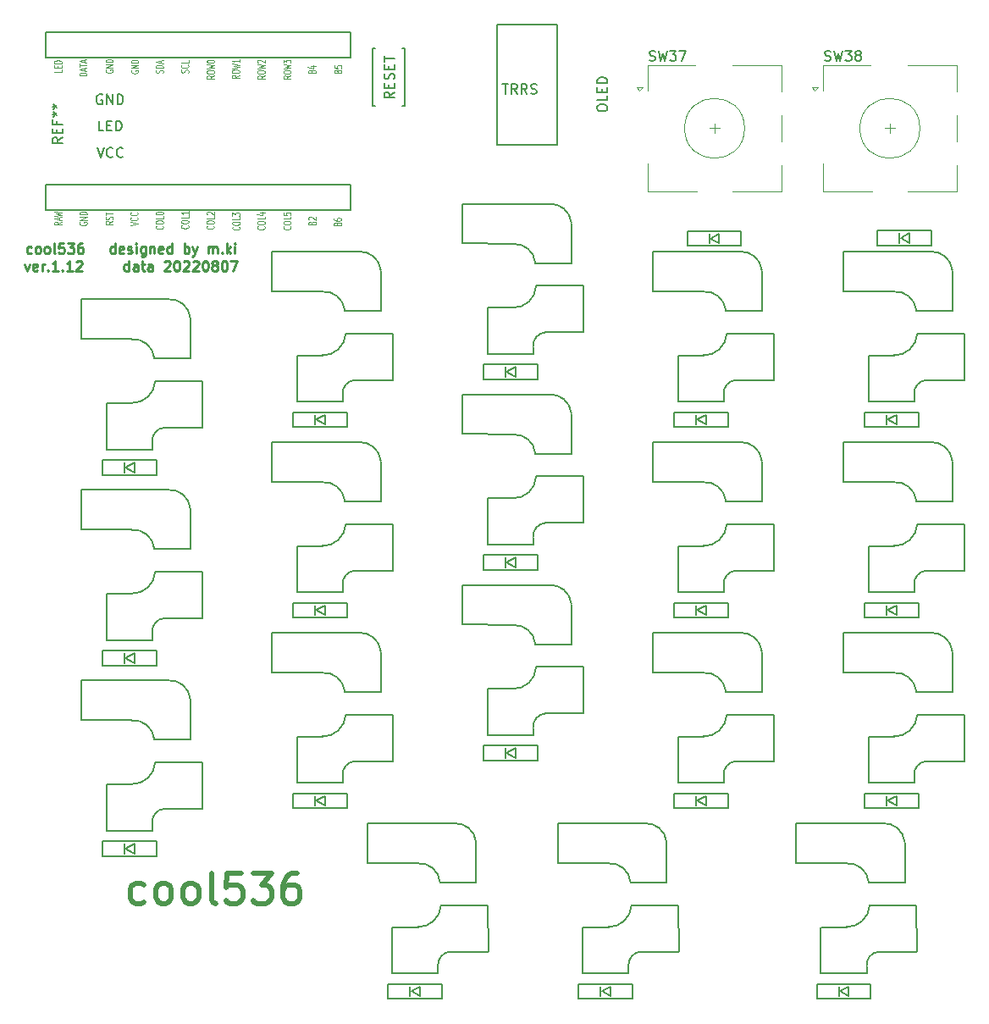
<source format=gto>
G04 #@! TF.GenerationSoftware,KiCad,Pcbnew,(5.1.6-0-10_14)*
G04 #@! TF.CreationDate,2022-08-07T23:10:57+09:00*
G04 #@! TF.ProjectId,cool536,636f6f6c-3533-4362-9e6b-696361645f70,rev?*
G04 #@! TF.SameCoordinates,Original*
G04 #@! TF.FileFunction,Legend,Top*
G04 #@! TF.FilePolarity,Positive*
%FSLAX46Y46*%
G04 Gerber Fmt 4.6, Leading zero omitted, Abs format (unit mm)*
G04 Created by KiCad (PCBNEW (5.1.6-0-10_14)) date 2022-08-07 23:10:57*
%MOMM*%
%LPD*%
G01*
G04 APERTURE LIST*
%ADD10C,0.250000*%
%ADD11C,0.500000*%
%ADD12C,0.150000*%
%ADD13C,0.120000*%
%ADD14C,0.125000*%
G04 APERTURE END LIST*
D10*
X39757619Y-56859761D02*
X39662380Y-56907380D01*
X39471904Y-56907380D01*
X39376666Y-56859761D01*
X39329047Y-56812142D01*
X39281428Y-56716904D01*
X39281428Y-56431190D01*
X39329047Y-56335952D01*
X39376666Y-56288333D01*
X39471904Y-56240714D01*
X39662380Y-56240714D01*
X39757619Y-56288333D01*
X40329047Y-56907380D02*
X40233809Y-56859761D01*
X40186190Y-56812142D01*
X40138571Y-56716904D01*
X40138571Y-56431190D01*
X40186190Y-56335952D01*
X40233809Y-56288333D01*
X40329047Y-56240714D01*
X40471904Y-56240714D01*
X40567142Y-56288333D01*
X40614761Y-56335952D01*
X40662380Y-56431190D01*
X40662380Y-56716904D01*
X40614761Y-56812142D01*
X40567142Y-56859761D01*
X40471904Y-56907380D01*
X40329047Y-56907380D01*
X41233809Y-56907380D02*
X41138571Y-56859761D01*
X41090952Y-56812142D01*
X41043333Y-56716904D01*
X41043333Y-56431190D01*
X41090952Y-56335952D01*
X41138571Y-56288333D01*
X41233809Y-56240714D01*
X41376666Y-56240714D01*
X41471904Y-56288333D01*
X41519523Y-56335952D01*
X41567142Y-56431190D01*
X41567142Y-56716904D01*
X41519523Y-56812142D01*
X41471904Y-56859761D01*
X41376666Y-56907380D01*
X41233809Y-56907380D01*
X42138571Y-56907380D02*
X42043333Y-56859761D01*
X41995714Y-56764523D01*
X41995714Y-55907380D01*
X42995714Y-55907380D02*
X42519523Y-55907380D01*
X42471904Y-56383571D01*
X42519523Y-56335952D01*
X42614761Y-56288333D01*
X42852857Y-56288333D01*
X42948095Y-56335952D01*
X42995714Y-56383571D01*
X43043333Y-56478809D01*
X43043333Y-56716904D01*
X42995714Y-56812142D01*
X42948095Y-56859761D01*
X42852857Y-56907380D01*
X42614761Y-56907380D01*
X42519523Y-56859761D01*
X42471904Y-56812142D01*
X43376666Y-55907380D02*
X43995714Y-55907380D01*
X43662380Y-56288333D01*
X43805238Y-56288333D01*
X43900476Y-56335952D01*
X43948095Y-56383571D01*
X43995714Y-56478809D01*
X43995714Y-56716904D01*
X43948095Y-56812142D01*
X43900476Y-56859761D01*
X43805238Y-56907380D01*
X43519523Y-56907380D01*
X43424285Y-56859761D01*
X43376666Y-56812142D01*
X44852857Y-55907380D02*
X44662380Y-55907380D01*
X44567142Y-55955000D01*
X44519523Y-56002619D01*
X44424285Y-56145476D01*
X44376666Y-56335952D01*
X44376666Y-56716904D01*
X44424285Y-56812142D01*
X44471904Y-56859761D01*
X44567142Y-56907380D01*
X44757619Y-56907380D01*
X44852857Y-56859761D01*
X44900476Y-56812142D01*
X44948095Y-56716904D01*
X44948095Y-56478809D01*
X44900476Y-56383571D01*
X44852857Y-56335952D01*
X44757619Y-56288333D01*
X44567142Y-56288333D01*
X44471904Y-56335952D01*
X44424285Y-56383571D01*
X44376666Y-56478809D01*
X48090952Y-56907380D02*
X48090952Y-55907380D01*
X48090952Y-56859761D02*
X47995714Y-56907380D01*
X47805238Y-56907380D01*
X47710000Y-56859761D01*
X47662380Y-56812142D01*
X47614761Y-56716904D01*
X47614761Y-56431190D01*
X47662380Y-56335952D01*
X47710000Y-56288333D01*
X47805238Y-56240714D01*
X47995714Y-56240714D01*
X48090952Y-56288333D01*
X48948095Y-56859761D02*
X48852857Y-56907380D01*
X48662380Y-56907380D01*
X48567142Y-56859761D01*
X48519523Y-56764523D01*
X48519523Y-56383571D01*
X48567142Y-56288333D01*
X48662380Y-56240714D01*
X48852857Y-56240714D01*
X48948095Y-56288333D01*
X48995714Y-56383571D01*
X48995714Y-56478809D01*
X48519523Y-56574047D01*
X49376666Y-56859761D02*
X49471904Y-56907380D01*
X49662380Y-56907380D01*
X49757619Y-56859761D01*
X49805238Y-56764523D01*
X49805238Y-56716904D01*
X49757619Y-56621666D01*
X49662380Y-56574047D01*
X49519523Y-56574047D01*
X49424285Y-56526428D01*
X49376666Y-56431190D01*
X49376666Y-56383571D01*
X49424285Y-56288333D01*
X49519523Y-56240714D01*
X49662380Y-56240714D01*
X49757619Y-56288333D01*
X50233809Y-56907380D02*
X50233809Y-56240714D01*
X50233809Y-55907380D02*
X50186190Y-55955000D01*
X50233809Y-56002619D01*
X50281428Y-55955000D01*
X50233809Y-55907380D01*
X50233809Y-56002619D01*
X51138571Y-56240714D02*
X51138571Y-57050238D01*
X51090952Y-57145476D01*
X51043333Y-57193095D01*
X50948095Y-57240714D01*
X50805238Y-57240714D01*
X50710000Y-57193095D01*
X51138571Y-56859761D02*
X51043333Y-56907380D01*
X50852857Y-56907380D01*
X50757619Y-56859761D01*
X50710000Y-56812142D01*
X50662380Y-56716904D01*
X50662380Y-56431190D01*
X50710000Y-56335952D01*
X50757619Y-56288333D01*
X50852857Y-56240714D01*
X51043333Y-56240714D01*
X51138571Y-56288333D01*
X51614761Y-56240714D02*
X51614761Y-56907380D01*
X51614761Y-56335952D02*
X51662380Y-56288333D01*
X51757619Y-56240714D01*
X51900476Y-56240714D01*
X51995714Y-56288333D01*
X52043333Y-56383571D01*
X52043333Y-56907380D01*
X52900476Y-56859761D02*
X52805238Y-56907380D01*
X52614761Y-56907380D01*
X52519523Y-56859761D01*
X52471904Y-56764523D01*
X52471904Y-56383571D01*
X52519523Y-56288333D01*
X52614761Y-56240714D01*
X52805238Y-56240714D01*
X52900476Y-56288333D01*
X52948095Y-56383571D01*
X52948095Y-56478809D01*
X52471904Y-56574047D01*
X53805238Y-56907380D02*
X53805238Y-55907380D01*
X53805238Y-56859761D02*
X53710000Y-56907380D01*
X53519523Y-56907380D01*
X53424285Y-56859761D01*
X53376666Y-56812142D01*
X53329047Y-56716904D01*
X53329047Y-56431190D01*
X53376666Y-56335952D01*
X53424285Y-56288333D01*
X53519523Y-56240714D01*
X53710000Y-56240714D01*
X53805238Y-56288333D01*
X55043333Y-56907380D02*
X55043333Y-55907380D01*
X55043333Y-56288333D02*
X55138571Y-56240714D01*
X55329047Y-56240714D01*
X55424285Y-56288333D01*
X55471904Y-56335952D01*
X55519523Y-56431190D01*
X55519523Y-56716904D01*
X55471904Y-56812142D01*
X55424285Y-56859761D01*
X55329047Y-56907380D01*
X55138571Y-56907380D01*
X55043333Y-56859761D01*
X55852857Y-56240714D02*
X56090952Y-56907380D01*
X56329047Y-56240714D02*
X56090952Y-56907380D01*
X55995714Y-57145476D01*
X55948095Y-57193095D01*
X55852857Y-57240714D01*
X57471904Y-56907380D02*
X57471904Y-56240714D01*
X57471904Y-56335952D02*
X57519523Y-56288333D01*
X57614761Y-56240714D01*
X57757619Y-56240714D01*
X57852857Y-56288333D01*
X57900476Y-56383571D01*
X57900476Y-56907380D01*
X57900476Y-56383571D02*
X57948095Y-56288333D01*
X58043333Y-56240714D01*
X58186190Y-56240714D01*
X58281428Y-56288333D01*
X58329047Y-56383571D01*
X58329047Y-56907380D01*
X58805238Y-56812142D02*
X58852857Y-56859761D01*
X58805238Y-56907380D01*
X58757619Y-56859761D01*
X58805238Y-56812142D01*
X58805238Y-56907380D01*
X59281428Y-56907380D02*
X59281428Y-55907380D01*
X59376666Y-56526428D02*
X59662380Y-56907380D01*
X59662380Y-56240714D02*
X59281428Y-56621666D01*
X60090952Y-56907380D02*
X60090952Y-56240714D01*
X60090952Y-55907380D02*
X60043333Y-55955000D01*
X60090952Y-56002619D01*
X60138571Y-55955000D01*
X60090952Y-55907380D01*
X60090952Y-56002619D01*
X39090952Y-57990714D02*
X39329047Y-58657380D01*
X39567142Y-57990714D01*
X40329047Y-58609761D02*
X40233809Y-58657380D01*
X40043333Y-58657380D01*
X39948095Y-58609761D01*
X39900476Y-58514523D01*
X39900476Y-58133571D01*
X39948095Y-58038333D01*
X40043333Y-57990714D01*
X40233809Y-57990714D01*
X40329047Y-58038333D01*
X40376666Y-58133571D01*
X40376666Y-58228809D01*
X39900476Y-58324047D01*
X40805238Y-58657380D02*
X40805238Y-57990714D01*
X40805238Y-58181190D02*
X40852857Y-58085952D01*
X40900476Y-58038333D01*
X40995714Y-57990714D01*
X41090952Y-57990714D01*
X41424285Y-58562142D02*
X41471904Y-58609761D01*
X41424285Y-58657380D01*
X41376666Y-58609761D01*
X41424285Y-58562142D01*
X41424285Y-58657380D01*
X42424285Y-58657380D02*
X41852857Y-58657380D01*
X42138571Y-58657380D02*
X42138571Y-57657380D01*
X42043333Y-57800238D01*
X41948095Y-57895476D01*
X41852857Y-57943095D01*
X42852857Y-58562142D02*
X42900476Y-58609761D01*
X42852857Y-58657380D01*
X42805238Y-58609761D01*
X42852857Y-58562142D01*
X42852857Y-58657380D01*
X43852857Y-58657380D02*
X43281428Y-58657380D01*
X43567142Y-58657380D02*
X43567142Y-57657380D01*
X43471904Y-57800238D01*
X43376666Y-57895476D01*
X43281428Y-57943095D01*
X44233809Y-57752619D02*
X44281428Y-57705000D01*
X44376666Y-57657380D01*
X44614761Y-57657380D01*
X44710000Y-57705000D01*
X44757619Y-57752619D01*
X44805238Y-57847857D01*
X44805238Y-57943095D01*
X44757619Y-58085952D01*
X44186190Y-58657380D01*
X44805238Y-58657380D01*
X49471904Y-58657380D02*
X49471904Y-57657380D01*
X49471904Y-58609761D02*
X49376666Y-58657380D01*
X49186190Y-58657380D01*
X49090952Y-58609761D01*
X49043333Y-58562142D01*
X48995714Y-58466904D01*
X48995714Y-58181190D01*
X49043333Y-58085952D01*
X49090952Y-58038333D01*
X49186190Y-57990714D01*
X49376666Y-57990714D01*
X49471904Y-58038333D01*
X50376666Y-58657380D02*
X50376666Y-58133571D01*
X50329047Y-58038333D01*
X50233809Y-57990714D01*
X50043333Y-57990714D01*
X49948095Y-58038333D01*
X50376666Y-58609761D02*
X50281428Y-58657380D01*
X50043333Y-58657380D01*
X49948095Y-58609761D01*
X49900476Y-58514523D01*
X49900476Y-58419285D01*
X49948095Y-58324047D01*
X50043333Y-58276428D01*
X50281428Y-58276428D01*
X50376666Y-58228809D01*
X50710000Y-57990714D02*
X51090952Y-57990714D01*
X50852857Y-57657380D02*
X50852857Y-58514523D01*
X50900476Y-58609761D01*
X50995714Y-58657380D01*
X51090952Y-58657380D01*
X51852857Y-58657380D02*
X51852857Y-58133571D01*
X51805238Y-58038333D01*
X51710000Y-57990714D01*
X51519523Y-57990714D01*
X51424285Y-58038333D01*
X51852857Y-58609761D02*
X51757619Y-58657380D01*
X51519523Y-58657380D01*
X51424285Y-58609761D01*
X51376666Y-58514523D01*
X51376666Y-58419285D01*
X51424285Y-58324047D01*
X51519523Y-58276428D01*
X51757619Y-58276428D01*
X51852857Y-58228809D01*
X53043333Y-57752619D02*
X53090952Y-57705000D01*
X53186190Y-57657380D01*
X53424285Y-57657380D01*
X53519523Y-57705000D01*
X53567142Y-57752619D01*
X53614761Y-57847857D01*
X53614761Y-57943095D01*
X53567142Y-58085952D01*
X52995714Y-58657380D01*
X53614761Y-58657380D01*
X54233809Y-57657380D02*
X54329047Y-57657380D01*
X54424285Y-57705000D01*
X54471904Y-57752619D01*
X54519523Y-57847857D01*
X54567142Y-58038333D01*
X54567142Y-58276428D01*
X54519523Y-58466904D01*
X54471904Y-58562142D01*
X54424285Y-58609761D01*
X54329047Y-58657380D01*
X54233809Y-58657380D01*
X54138571Y-58609761D01*
X54090952Y-58562142D01*
X54043333Y-58466904D01*
X53995714Y-58276428D01*
X53995714Y-58038333D01*
X54043333Y-57847857D01*
X54090952Y-57752619D01*
X54138571Y-57705000D01*
X54233809Y-57657380D01*
X54948095Y-57752619D02*
X54995714Y-57705000D01*
X55090952Y-57657380D01*
X55329047Y-57657380D01*
X55424285Y-57705000D01*
X55471904Y-57752619D01*
X55519523Y-57847857D01*
X55519523Y-57943095D01*
X55471904Y-58085952D01*
X54900476Y-58657380D01*
X55519523Y-58657380D01*
X55900476Y-57752619D02*
X55948095Y-57705000D01*
X56043333Y-57657380D01*
X56281428Y-57657380D01*
X56376666Y-57705000D01*
X56424285Y-57752619D01*
X56471904Y-57847857D01*
X56471904Y-57943095D01*
X56424285Y-58085952D01*
X55852857Y-58657380D01*
X56471904Y-58657380D01*
X57090952Y-57657380D02*
X57186190Y-57657380D01*
X57281428Y-57705000D01*
X57329047Y-57752619D01*
X57376666Y-57847857D01*
X57424285Y-58038333D01*
X57424285Y-58276428D01*
X57376666Y-58466904D01*
X57329047Y-58562142D01*
X57281428Y-58609761D01*
X57186190Y-58657380D01*
X57090952Y-58657380D01*
X56995714Y-58609761D01*
X56948095Y-58562142D01*
X56900476Y-58466904D01*
X56852857Y-58276428D01*
X56852857Y-58038333D01*
X56900476Y-57847857D01*
X56948095Y-57752619D01*
X56995714Y-57705000D01*
X57090952Y-57657380D01*
X57995714Y-58085952D02*
X57900476Y-58038333D01*
X57852857Y-57990714D01*
X57805238Y-57895476D01*
X57805238Y-57847857D01*
X57852857Y-57752619D01*
X57900476Y-57705000D01*
X57995714Y-57657380D01*
X58186190Y-57657380D01*
X58281428Y-57705000D01*
X58329047Y-57752619D01*
X58376666Y-57847857D01*
X58376666Y-57895476D01*
X58329047Y-57990714D01*
X58281428Y-58038333D01*
X58186190Y-58085952D01*
X57995714Y-58085952D01*
X57900476Y-58133571D01*
X57852857Y-58181190D01*
X57805238Y-58276428D01*
X57805238Y-58466904D01*
X57852857Y-58562142D01*
X57900476Y-58609761D01*
X57995714Y-58657380D01*
X58186190Y-58657380D01*
X58281428Y-58609761D01*
X58329047Y-58562142D01*
X58376666Y-58466904D01*
X58376666Y-58276428D01*
X58329047Y-58181190D01*
X58281428Y-58133571D01*
X58186190Y-58085952D01*
X58995714Y-57657380D02*
X59090952Y-57657380D01*
X59186190Y-57705000D01*
X59233809Y-57752619D01*
X59281428Y-57847857D01*
X59329047Y-58038333D01*
X59329047Y-58276428D01*
X59281428Y-58466904D01*
X59233809Y-58562142D01*
X59186190Y-58609761D01*
X59090952Y-58657380D01*
X58995714Y-58657380D01*
X58900476Y-58609761D01*
X58852857Y-58562142D01*
X58805238Y-58466904D01*
X58757619Y-58276428D01*
X58757619Y-58038333D01*
X58805238Y-57847857D01*
X58852857Y-57752619D01*
X58900476Y-57705000D01*
X58995714Y-57657380D01*
X59662380Y-57657380D02*
X60329047Y-57657380D01*
X59900476Y-58657380D01*
D11*
X51038571Y-121754285D02*
X50752857Y-121897142D01*
X50181428Y-121897142D01*
X49895714Y-121754285D01*
X49752857Y-121611428D01*
X49610000Y-121325714D01*
X49610000Y-120468571D01*
X49752857Y-120182857D01*
X49895714Y-120040000D01*
X50181428Y-119897142D01*
X50752857Y-119897142D01*
X51038571Y-120040000D01*
X52752857Y-121897142D02*
X52467142Y-121754285D01*
X52324285Y-121611428D01*
X52181428Y-121325714D01*
X52181428Y-120468571D01*
X52324285Y-120182857D01*
X52467142Y-120040000D01*
X52752857Y-119897142D01*
X53181428Y-119897142D01*
X53467142Y-120040000D01*
X53610000Y-120182857D01*
X53752857Y-120468571D01*
X53752857Y-121325714D01*
X53610000Y-121611428D01*
X53467142Y-121754285D01*
X53181428Y-121897142D01*
X52752857Y-121897142D01*
X55467142Y-121897142D02*
X55181428Y-121754285D01*
X55038571Y-121611428D01*
X54895714Y-121325714D01*
X54895714Y-120468571D01*
X55038571Y-120182857D01*
X55181428Y-120040000D01*
X55467142Y-119897142D01*
X55895714Y-119897142D01*
X56181428Y-120040000D01*
X56324285Y-120182857D01*
X56467142Y-120468571D01*
X56467142Y-121325714D01*
X56324285Y-121611428D01*
X56181428Y-121754285D01*
X55895714Y-121897142D01*
X55467142Y-121897142D01*
X58181428Y-121897142D02*
X57895714Y-121754285D01*
X57752857Y-121468571D01*
X57752857Y-118897142D01*
X60752857Y-118897142D02*
X59324285Y-118897142D01*
X59181428Y-120325714D01*
X59324285Y-120182857D01*
X59610000Y-120040000D01*
X60324285Y-120040000D01*
X60610000Y-120182857D01*
X60752857Y-120325714D01*
X60895714Y-120611428D01*
X60895714Y-121325714D01*
X60752857Y-121611428D01*
X60610000Y-121754285D01*
X60324285Y-121897142D01*
X59610000Y-121897142D01*
X59324285Y-121754285D01*
X59181428Y-121611428D01*
X61895714Y-118897142D02*
X63752857Y-118897142D01*
X62752857Y-120040000D01*
X63181428Y-120040000D01*
X63467142Y-120182857D01*
X63610000Y-120325714D01*
X63752857Y-120611428D01*
X63752857Y-121325714D01*
X63610000Y-121611428D01*
X63467142Y-121754285D01*
X63181428Y-121897142D01*
X62324285Y-121897142D01*
X62038571Y-121754285D01*
X61895714Y-121611428D01*
X66324285Y-118897142D02*
X65752857Y-118897142D01*
X65467142Y-119040000D01*
X65324285Y-119182857D01*
X65038571Y-119611428D01*
X64895714Y-120182857D01*
X64895714Y-121325714D01*
X65038571Y-121611428D01*
X65181428Y-121754285D01*
X65467142Y-121897142D01*
X66038571Y-121897142D01*
X66324285Y-121754285D01*
X66467142Y-121611428D01*
X66610000Y-121325714D01*
X66610000Y-120611428D01*
X66467142Y-120325714D01*
X66324285Y-120182857D01*
X66038571Y-120040000D01*
X65467142Y-120040000D01*
X65181428Y-120182857D01*
X65038571Y-120325714D01*
X64895714Y-120611428D01*
D12*
X89930000Y-104370000D02*
X89930000Y-105070000D01*
X94925000Y-98270000D02*
X94950000Y-102870000D01*
X85350000Y-100470000D02*
X85350000Y-105070000D01*
X91150000Y-102895000D02*
X94925000Y-102895000D01*
X90225000Y-98245000D02*
X94925000Y-98245000D01*
X85375000Y-100445000D02*
X87925000Y-100445000D01*
X85375000Y-105095000D02*
X89925000Y-105095000D01*
X82850000Y-94020000D02*
X87900000Y-94066000D01*
X82850000Y-93974000D02*
X82850000Y-90066000D01*
X82850000Y-90066000D02*
X91475000Y-90066000D01*
X93750000Y-92020000D02*
X93750000Y-95965000D01*
X93750000Y-95974000D02*
X90140000Y-95974000D01*
X89930000Y-104320000D02*
G75*
G02*
X91150000Y-102900000I1320000J100000D01*
G01*
X90220000Y-98270000D02*
G75*
G02*
X87850000Y-100440000I-2270000J100000D01*
G01*
X90135000Y-95950000D02*
G75*
G03*
X87875000Y-94070000I-2070000J-190000D01*
G01*
X93739000Y-91950000D02*
G75*
G03*
X91475000Y-90066000I-2074000J-190000D01*
G01*
X55650000Y-86449000D02*
X52040000Y-86449000D01*
X55650000Y-82495000D02*
X55650000Y-86440000D01*
X44750000Y-80541000D02*
X53375000Y-80541000D01*
X44750000Y-84449000D02*
X44750000Y-80541000D01*
X44750000Y-84495000D02*
X49800000Y-84541000D01*
X47275000Y-95570000D02*
X51825000Y-95570000D01*
X47275000Y-90920000D02*
X49825000Y-90920000D01*
X52125000Y-88720000D02*
X56825000Y-88720000D01*
X53050000Y-93370000D02*
X56825000Y-93370000D01*
X47250000Y-90945000D02*
X47250000Y-95545000D01*
X56825000Y-88745000D02*
X56850000Y-93345000D01*
X51830000Y-94845000D02*
X51830000Y-95545000D01*
X55639000Y-82425000D02*
G75*
G03*
X53375000Y-80541000I-2074000J-190000D01*
G01*
X52035000Y-86425000D02*
G75*
G03*
X49775000Y-84545000I-2070000J-190000D01*
G01*
X52120000Y-88745000D02*
G75*
G02*
X49750000Y-90915000I-2270000J100000D01*
G01*
X51830000Y-94795000D02*
G75*
G02*
X53050000Y-93375000I1320000J100000D01*
G01*
X70880000Y-90082500D02*
X70880000Y-90782500D01*
X75875000Y-83982500D02*
X75900000Y-88582500D01*
X66300000Y-86182500D02*
X66300000Y-90782500D01*
X72100000Y-88607500D02*
X75875000Y-88607500D01*
X71175000Y-83957500D02*
X75875000Y-83957500D01*
X66325000Y-86157500D02*
X68875000Y-86157500D01*
X66325000Y-90807500D02*
X70875000Y-90807500D01*
X63800000Y-79732500D02*
X68850000Y-79778500D01*
X63800000Y-79686500D02*
X63800000Y-75778500D01*
X63800000Y-75778500D02*
X72425000Y-75778500D01*
X74700000Y-77732500D02*
X74700000Y-81677500D01*
X74700000Y-81686500D02*
X71090000Y-81686500D01*
X70880000Y-90032500D02*
G75*
G02*
X72100000Y-88612500I1320000J100000D01*
G01*
X71170000Y-83982500D02*
G75*
G02*
X68800000Y-86152500I-2270000J100000D01*
G01*
X71085000Y-81662500D02*
G75*
G03*
X68825000Y-79782500I-2070000J-190000D01*
G01*
X74689000Y-77662500D02*
G75*
G03*
X72425000Y-75778500I-2074000J-190000D01*
G01*
X77060000Y-42140000D02*
X76810000Y-42140000D01*
X77060000Y-36440000D02*
X77060000Y-42140000D01*
X77060000Y-36440000D02*
X76810000Y-36440000D01*
X73860000Y-36440000D02*
X74110000Y-36440000D01*
X73860000Y-42140000D02*
X74110000Y-42140000D01*
X73860000Y-36440000D02*
X73860000Y-42140000D01*
X71300000Y-72782499D02*
X71300000Y-74282499D01*
X65900000Y-72782499D02*
X71300000Y-72782499D01*
X65900000Y-74282499D02*
X65900000Y-72782499D01*
X71300000Y-74282499D02*
X65900000Y-74282499D01*
X68100000Y-74032499D02*
X68100000Y-73032499D01*
X69100000Y-73032499D02*
X68200000Y-73532499D01*
X69100000Y-74032499D02*
X69100000Y-73032499D01*
X68200000Y-73532499D02*
X69100000Y-74032499D01*
X86350000Y-46070000D02*
X86350000Y-34070000D01*
X92350000Y-46070000D02*
X86350000Y-46070000D01*
X92350000Y-34070000D02*
X92350000Y-46070000D01*
X86350000Y-34070000D02*
X92350000Y-34070000D01*
X108980000Y-90082500D02*
X108980000Y-90782500D01*
X113975000Y-83982500D02*
X114000000Y-88582500D01*
X104400000Y-86182500D02*
X104400000Y-90782500D01*
X110200000Y-88607500D02*
X113975000Y-88607500D01*
X109275000Y-83957500D02*
X113975000Y-83957500D01*
X104425000Y-86157500D02*
X106975000Y-86157500D01*
X104425000Y-90807500D02*
X108975000Y-90807500D01*
X101900000Y-79732500D02*
X106950000Y-79778500D01*
X101900000Y-79686500D02*
X101900000Y-75778500D01*
X101900000Y-75778500D02*
X110525000Y-75778500D01*
X112800000Y-77732500D02*
X112800000Y-81677500D01*
X112800000Y-81686500D02*
X109190000Y-81686500D01*
X108980000Y-90032500D02*
G75*
G02*
X110200000Y-88612500I1320000J100000D01*
G01*
X109270000Y-83982500D02*
G75*
G02*
X106900000Y-86152500I-2270000J100000D01*
G01*
X109185000Y-81662500D02*
G75*
G03*
X106925000Y-79782500I-2070000J-190000D01*
G01*
X112789000Y-77662500D02*
G75*
G03*
X110525000Y-75778500I-2074000J-190000D01*
G01*
X103275000Y-119786500D02*
X99665000Y-119786500D01*
X103275000Y-115832500D02*
X103275000Y-119777500D01*
X92375000Y-113878500D02*
X101000000Y-113878500D01*
X92375000Y-117786500D02*
X92375000Y-113878500D01*
X92375000Y-117832500D02*
X97425000Y-117878500D01*
X94900000Y-128907500D02*
X99450000Y-128907500D01*
X94900000Y-124257500D02*
X97450000Y-124257500D01*
X99750000Y-122057500D02*
X104450000Y-122057500D01*
X100675000Y-126707500D02*
X104450000Y-126707500D01*
X94875000Y-124282500D02*
X94875000Y-128882500D01*
X104450000Y-122082500D02*
X104475000Y-126682500D01*
X99455000Y-128182500D02*
X99455000Y-128882500D01*
X103264000Y-115762500D02*
G75*
G03*
X101000000Y-113878500I-2074000J-190000D01*
G01*
X99660000Y-119762500D02*
G75*
G03*
X97400000Y-117882500I-2070000J-190000D01*
G01*
X99745000Y-122082500D02*
G75*
G02*
X97375000Y-124252500I-2270000J100000D01*
G01*
X99455000Y-128132500D02*
G75*
G02*
X100675000Y-126712500I1320000J100000D01*
G01*
X84225000Y-119786500D02*
X80615000Y-119786500D01*
X84225000Y-115832500D02*
X84225000Y-119777500D01*
X73325000Y-113878500D02*
X81950000Y-113878500D01*
X73325000Y-117786500D02*
X73325000Y-113878500D01*
X73325000Y-117832500D02*
X78375000Y-117878500D01*
X75850000Y-128907500D02*
X80400000Y-128907500D01*
X75850000Y-124257500D02*
X78400000Y-124257500D01*
X80700000Y-122057500D02*
X85400000Y-122057500D01*
X81625000Y-126707500D02*
X85400000Y-126707500D01*
X75825000Y-124282500D02*
X75825000Y-128882500D01*
X85400000Y-122082500D02*
X85425000Y-126682500D01*
X80405000Y-128182500D02*
X80405000Y-128882500D01*
X84214000Y-115762500D02*
G75*
G03*
X81950000Y-113878500I-2074000J-190000D01*
G01*
X80610000Y-119762500D02*
G75*
G03*
X78350000Y-117882500I-2070000J-190000D01*
G01*
X80695000Y-122082500D02*
G75*
G02*
X78325000Y-124252500I-2270000J100000D01*
G01*
X80405000Y-128132500D02*
G75*
G02*
X81625000Y-126712500I1320000J100000D01*
G01*
X128030000Y-109132500D02*
X128030000Y-109832500D01*
X133025000Y-103032500D02*
X133050000Y-107632500D01*
X123450000Y-105232500D02*
X123450000Y-109832500D01*
X129250000Y-107657500D02*
X133025000Y-107657500D01*
X128325000Y-103007500D02*
X133025000Y-103007500D01*
X123475000Y-105207500D02*
X126025000Y-105207500D01*
X123475000Y-109857500D02*
X128025000Y-109857500D01*
X120950000Y-98782500D02*
X126000000Y-98828500D01*
X120950000Y-98736500D02*
X120950000Y-94828500D01*
X120950000Y-94828500D02*
X129575000Y-94828500D01*
X131850000Y-96782500D02*
X131850000Y-100727500D01*
X131850000Y-100736500D02*
X128240000Y-100736500D01*
X128030000Y-109082500D02*
G75*
G02*
X129250000Y-107662500I1320000J100000D01*
G01*
X128320000Y-103032500D02*
G75*
G02*
X125950000Y-105202500I-2270000J100000D01*
G01*
X128235000Y-100712500D02*
G75*
G03*
X125975000Y-98832500I-2070000J-190000D01*
G01*
X131839000Y-96712500D02*
G75*
G03*
X129575000Y-94828500I-2074000J-190000D01*
G01*
X128030000Y-71032499D02*
X128030000Y-71732499D01*
X133025000Y-64932499D02*
X133050000Y-69532499D01*
X123450000Y-67132499D02*
X123450000Y-71732499D01*
X129250000Y-69557499D02*
X133025000Y-69557499D01*
X128325000Y-64907499D02*
X133025000Y-64907499D01*
X123475000Y-67107499D02*
X126025000Y-67107499D01*
X123475000Y-71757499D02*
X128025000Y-71757499D01*
X120950000Y-60682499D02*
X126000000Y-60728499D01*
X120950000Y-60636499D02*
X120950000Y-56728499D01*
X120950000Y-56728499D02*
X129575000Y-56728499D01*
X131850000Y-58682499D02*
X131850000Y-62627499D01*
X131850000Y-62636499D02*
X128240000Y-62636499D01*
X128030000Y-70982499D02*
G75*
G02*
X129250000Y-69562499I1320000J100000D01*
G01*
X128320000Y-64932499D02*
G75*
G02*
X125950000Y-67102499I-2270000J100000D01*
G01*
X128235000Y-62612499D02*
G75*
G03*
X125975000Y-60732499I-2070000J-190000D01*
G01*
X131839000Y-58612499D02*
G75*
G03*
X129575000Y-56728499I-2074000J-190000D01*
G01*
X74700000Y-100736500D02*
X71090000Y-100736500D01*
X74700000Y-96782500D02*
X74700000Y-100727500D01*
X63800000Y-94828500D02*
X72425000Y-94828500D01*
X63800000Y-98736500D02*
X63800000Y-94828500D01*
X63800000Y-98782500D02*
X68850000Y-98828500D01*
X66325000Y-109857500D02*
X70875000Y-109857500D01*
X66325000Y-105207500D02*
X68875000Y-105207500D01*
X71175000Y-103007500D02*
X75875000Y-103007500D01*
X72100000Y-107657500D02*
X75875000Y-107657500D01*
X66300000Y-105232500D02*
X66300000Y-109832500D01*
X75875000Y-103032500D02*
X75900000Y-107632500D01*
X70880000Y-109132500D02*
X70880000Y-109832500D01*
X74689000Y-96712500D02*
G75*
G03*
X72425000Y-94828500I-2074000J-190000D01*
G01*
X71085000Y-100712500D02*
G75*
G03*
X68825000Y-98832500I-2070000J-190000D01*
G01*
X71170000Y-103032500D02*
G75*
G02*
X68800000Y-105202500I-2270000J100000D01*
G01*
X70880000Y-109082500D02*
G75*
G02*
X72100000Y-107662500I1320000J100000D01*
G01*
X108980000Y-109132500D02*
X108980000Y-109832500D01*
X113975000Y-103032500D02*
X114000000Y-107632500D01*
X104400000Y-105232500D02*
X104400000Y-109832500D01*
X110200000Y-107657500D02*
X113975000Y-107657500D01*
X109275000Y-103007500D02*
X113975000Y-103007500D01*
X104425000Y-105207500D02*
X106975000Y-105207500D01*
X104425000Y-109857500D02*
X108975000Y-109857500D01*
X101900000Y-98782500D02*
X106950000Y-98828500D01*
X101900000Y-98736500D02*
X101900000Y-94828500D01*
X101900000Y-94828500D02*
X110525000Y-94828500D01*
X112800000Y-96782500D02*
X112800000Y-100727500D01*
X112800000Y-100736500D02*
X109190000Y-100736500D01*
X108980000Y-109082500D02*
G75*
G02*
X110200000Y-107662500I1320000J100000D01*
G01*
X109270000Y-103032500D02*
G75*
G02*
X106900000Y-105202500I-2270000J100000D01*
G01*
X109185000Y-100712500D02*
G75*
G03*
X106925000Y-98832500I-2070000J-190000D01*
G01*
X112789000Y-96712500D02*
G75*
G03*
X110525000Y-94828500I-2074000J-190000D01*
G01*
X128030000Y-90082500D02*
X128030000Y-90782500D01*
X133025000Y-83982500D02*
X133050000Y-88582500D01*
X123450000Y-86182500D02*
X123450000Y-90782500D01*
X129250000Y-88607500D02*
X133025000Y-88607500D01*
X128325000Y-83957500D02*
X133025000Y-83957500D01*
X123475000Y-86157500D02*
X126025000Y-86157500D01*
X123475000Y-90807500D02*
X128025000Y-90807500D01*
X120950000Y-79732500D02*
X126000000Y-79778500D01*
X120950000Y-79686500D02*
X120950000Y-75778500D01*
X120950000Y-75778500D02*
X129575000Y-75778500D01*
X131850000Y-77732500D02*
X131850000Y-81677500D01*
X131850000Y-81686500D02*
X128240000Y-81686500D01*
X128030000Y-90032500D02*
G75*
G02*
X129250000Y-88612500I1320000J100000D01*
G01*
X128320000Y-83982500D02*
G75*
G02*
X125950000Y-86152500I-2270000J100000D01*
G01*
X128235000Y-81662500D02*
G75*
G03*
X125975000Y-79782500I-2070000J-190000D01*
G01*
X131839000Y-77662500D02*
G75*
G03*
X129575000Y-75778500I-2074000J-190000D01*
G01*
X51830000Y-113895000D02*
X51830000Y-114595000D01*
X56825000Y-107795000D02*
X56850000Y-112395000D01*
X47250000Y-109995000D02*
X47250000Y-114595000D01*
X53050000Y-112420000D02*
X56825000Y-112420000D01*
X52125000Y-107770000D02*
X56825000Y-107770000D01*
X47275000Y-109970000D02*
X49825000Y-109970000D01*
X47275000Y-114620000D02*
X51825000Y-114620000D01*
X44750000Y-103545000D02*
X49800000Y-103591000D01*
X44750000Y-103499000D02*
X44750000Y-99591000D01*
X44750000Y-99591000D02*
X53375000Y-99591000D01*
X55650000Y-101545000D02*
X55650000Y-105490000D01*
X55650000Y-105499000D02*
X52040000Y-105499000D01*
X51830000Y-113845000D02*
G75*
G02*
X53050000Y-112425000I1320000J100000D01*
G01*
X52120000Y-107795000D02*
G75*
G02*
X49750000Y-109965000I-2270000J100000D01*
G01*
X52035000Y-105475000D02*
G75*
G03*
X49775000Y-103595000I-2070000J-190000D01*
G01*
X55639000Y-101475000D02*
G75*
G03*
X53375000Y-99591000I-2074000J-190000D01*
G01*
X89930000Y-85320000D02*
X89930000Y-86020000D01*
X94925000Y-79220000D02*
X94950000Y-83820000D01*
X85350000Y-81420000D02*
X85350000Y-86020000D01*
X91150000Y-83845000D02*
X94925000Y-83845000D01*
X90225000Y-79195000D02*
X94925000Y-79195000D01*
X85375000Y-81395000D02*
X87925000Y-81395000D01*
X85375000Y-86045000D02*
X89925000Y-86045000D01*
X82850000Y-74970000D02*
X87900000Y-75016000D01*
X82850000Y-74924000D02*
X82850000Y-71016000D01*
X82850000Y-71016000D02*
X91475000Y-71016000D01*
X93750000Y-72970000D02*
X93750000Y-76915000D01*
X93750000Y-76924000D02*
X90140000Y-76924000D01*
X89930000Y-85270000D02*
G75*
G02*
X91150000Y-83850000I1320000J100000D01*
G01*
X90220000Y-79220000D02*
G75*
G02*
X87850000Y-81390000I-2270000J100000D01*
G01*
X90135000Y-76900000D02*
G75*
G03*
X87875000Y-75020000I-2070000J-190000D01*
G01*
X93739000Y-72900000D02*
G75*
G03*
X91475000Y-71016000I-2074000J-190000D01*
G01*
X109400000Y-91832500D02*
X109400000Y-93332500D01*
X104000000Y-91832500D02*
X109400000Y-91832500D01*
X104000000Y-93332500D02*
X104000000Y-91832500D01*
X109400000Y-93332500D02*
X104000000Y-93332500D01*
X106200000Y-93082500D02*
X106200000Y-92082500D01*
X107200000Y-92082500D02*
X106300000Y-92582500D01*
X107200000Y-93082500D02*
X107200000Y-92082500D01*
X106300000Y-92582500D02*
X107200000Y-93082500D01*
X128450000Y-91832500D02*
X128450000Y-93332500D01*
X123050000Y-91832500D02*
X128450000Y-91832500D01*
X123050000Y-93332500D02*
X123050000Y-91832500D01*
X128450000Y-93332500D02*
X123050000Y-93332500D01*
X125250000Y-93082500D02*
X125250000Y-92082500D01*
X126250000Y-92082500D02*
X125350000Y-92582500D01*
X126250000Y-93082500D02*
X126250000Y-92082500D01*
X125350000Y-92582500D02*
X126250000Y-93082500D01*
X99875000Y-129932500D02*
X99875000Y-131432500D01*
X94475000Y-129932500D02*
X99875000Y-129932500D01*
X94475000Y-131432500D02*
X94475000Y-129932500D01*
X99875000Y-131432500D02*
X94475000Y-131432500D01*
X96675000Y-131182500D02*
X96675000Y-130182500D01*
X97675000Y-130182500D02*
X96775000Y-130682500D01*
X97675000Y-131182500D02*
X97675000Y-130182500D01*
X96775000Y-130682500D02*
X97675000Y-131182500D01*
X123688000Y-129932500D02*
X123688000Y-131432500D01*
X118288000Y-129932500D02*
X123688000Y-129932500D01*
X118288000Y-131432500D02*
X118288000Y-129932500D01*
X123688000Y-131432500D02*
X118288000Y-131432500D01*
X120488000Y-131182500D02*
X120488000Y-130182500D01*
X121488000Y-130182500D02*
X120588000Y-130682500D01*
X121488000Y-131182500D02*
X121488000Y-130182500D01*
X120588000Y-130682500D02*
X121488000Y-131182500D01*
X110720000Y-56170000D02*
X110720000Y-54670000D01*
X105320000Y-56170000D02*
X110720000Y-56170000D01*
X105320000Y-54670000D02*
X105320000Y-56170000D01*
X110720000Y-54670000D02*
X105320000Y-54670000D01*
X107520000Y-54920000D02*
X107520000Y-55920000D01*
X108520000Y-55920000D02*
X107620000Y-55420000D01*
X108520000Y-54920000D02*
X108520000Y-55920000D01*
X107620000Y-55420000D02*
X108520000Y-54920000D01*
X129760000Y-56150000D02*
X129760000Y-54650000D01*
X124360000Y-56150000D02*
X129760000Y-56150000D01*
X124360000Y-54650000D02*
X124360000Y-56150000D01*
X129760000Y-54650000D02*
X124360000Y-54650000D01*
X126560000Y-54900000D02*
X126560000Y-55900000D01*
X127560000Y-55900000D02*
X126660000Y-55400000D01*
X127560000Y-54900000D02*
X127560000Y-55900000D01*
X126660000Y-55400000D02*
X127560000Y-54900000D01*
D13*
X128590000Y-44410000D02*
G75*
G03*
X128590000Y-44410000I-3000000J0D01*
G01*
X127390000Y-38110000D02*
X132290000Y-38110000D01*
X132290000Y-50710000D02*
X127390000Y-50710000D01*
X123790000Y-50710000D02*
X118890000Y-50710000D01*
X118890000Y-50710000D02*
X118890000Y-47910000D01*
X123690000Y-38110000D02*
X118890000Y-38110000D01*
X118890000Y-38110000D02*
X118890000Y-40610000D01*
X118090000Y-40610000D02*
X117790000Y-40310000D01*
X117790000Y-40310000D02*
X118390000Y-40310000D01*
X118390000Y-40310000D02*
X118090000Y-40610000D01*
X132290000Y-38110000D02*
X132290000Y-40710000D01*
X132290000Y-43110000D02*
X132290000Y-45710000D01*
X132290000Y-48110000D02*
X132290000Y-50710000D01*
X125590000Y-43910000D02*
X125590000Y-44910000D01*
X125090000Y-44410000D02*
X126090000Y-44410000D01*
X111060000Y-44410000D02*
G75*
G03*
X111060000Y-44410000I-3000000J0D01*
G01*
X109860000Y-38110000D02*
X114760000Y-38110000D01*
X114760000Y-50710000D02*
X109860000Y-50710000D01*
X106260000Y-50710000D02*
X101360000Y-50710000D01*
X101360000Y-50710000D02*
X101360000Y-47910000D01*
X106160000Y-38110000D02*
X101360000Y-38110000D01*
X101360000Y-38110000D02*
X101360000Y-40610000D01*
X100560000Y-40610000D02*
X100260000Y-40310000D01*
X100260000Y-40310000D02*
X100860000Y-40310000D01*
X100860000Y-40310000D02*
X100560000Y-40610000D01*
X114760000Y-38110000D02*
X114760000Y-40710000D01*
X114760000Y-43110000D02*
X114760000Y-45710000D01*
X114760000Y-48110000D02*
X114760000Y-50710000D01*
X108060000Y-43910000D02*
X108060000Y-44910000D01*
X107560000Y-44410000D02*
X108560000Y-44410000D01*
D12*
X52250000Y-115645000D02*
X52250000Y-117145000D01*
X46850000Y-115645000D02*
X52250000Y-115645000D01*
X46850000Y-117145000D02*
X46850000Y-115645000D01*
X52250000Y-117145000D02*
X46850000Y-117145000D01*
X49050000Y-116895000D02*
X49050000Y-115895000D01*
X50050000Y-115895000D02*
X49150000Y-116395000D01*
X50050000Y-116895000D02*
X50050000Y-115895000D01*
X49150000Y-116395000D02*
X50050000Y-116895000D01*
X90350000Y-68020000D02*
X90350000Y-69520000D01*
X84950000Y-68020000D02*
X90350000Y-68020000D01*
X84950000Y-69520000D02*
X84950000Y-68020000D01*
X90350000Y-69520000D02*
X84950000Y-69520000D01*
X87150000Y-69270000D02*
X87150000Y-68270000D01*
X88150000Y-68270000D02*
X87250000Y-68770000D01*
X88150000Y-69270000D02*
X88150000Y-68270000D01*
X87250000Y-68770000D02*
X88150000Y-69270000D01*
X109400000Y-72782499D02*
X109400000Y-74282499D01*
X104000000Y-72782499D02*
X109400000Y-72782499D01*
X104000000Y-74282499D02*
X104000000Y-72782499D01*
X109400000Y-74282499D02*
X104000000Y-74282499D01*
X106200000Y-74032499D02*
X106200000Y-73032499D01*
X107200000Y-73032499D02*
X106300000Y-73532499D01*
X107200000Y-74032499D02*
X107200000Y-73032499D01*
X106300000Y-73532499D02*
X107200000Y-74032499D01*
X52250000Y-96595000D02*
X52250000Y-98095000D01*
X46850000Y-96595000D02*
X52250000Y-96595000D01*
X46850000Y-98095000D02*
X46850000Y-96595000D01*
X52250000Y-98095000D02*
X46850000Y-98095000D01*
X49050000Y-97845000D02*
X49050000Y-96845000D01*
X50050000Y-96845000D02*
X49150000Y-97345000D01*
X50050000Y-97845000D02*
X50050000Y-96845000D01*
X49150000Y-97345000D02*
X50050000Y-97845000D01*
X128450000Y-72782499D02*
X128450000Y-74282499D01*
X123050000Y-72782499D02*
X128450000Y-72782499D01*
X123050000Y-74282499D02*
X123050000Y-72782499D01*
X128450000Y-74282499D02*
X123050000Y-74282499D01*
X125250000Y-74032499D02*
X125250000Y-73032499D01*
X126250000Y-73032499D02*
X125350000Y-73532499D01*
X126250000Y-74032499D02*
X126250000Y-73032499D01*
X125350000Y-73532499D02*
X126250000Y-74032499D01*
X90350000Y-87070000D02*
X90350000Y-88570000D01*
X84950000Y-87070000D02*
X90350000Y-87070000D01*
X84950000Y-88570000D02*
X84950000Y-87070000D01*
X90350000Y-88570000D02*
X84950000Y-88570000D01*
X87150000Y-88320000D02*
X87150000Y-87320000D01*
X88150000Y-87320000D02*
X87250000Y-87820000D01*
X88150000Y-88320000D02*
X88150000Y-87320000D01*
X87250000Y-87820000D02*
X88150000Y-88320000D01*
X71300000Y-91832500D02*
X71300000Y-93332500D01*
X65900000Y-91832500D02*
X71300000Y-91832500D01*
X65900000Y-93332500D02*
X65900000Y-91832500D01*
X71300000Y-93332500D02*
X65900000Y-93332500D01*
X68100000Y-93082500D02*
X68100000Y-92082500D01*
X69100000Y-92082500D02*
X68200000Y-92582500D01*
X69100000Y-93082500D02*
X69100000Y-92082500D01*
X68200000Y-92582500D02*
X69100000Y-93082500D01*
X71300000Y-110882500D02*
X71300000Y-112382500D01*
X65900000Y-110882500D02*
X71300000Y-110882500D01*
X65900000Y-112382500D02*
X65900000Y-110882500D01*
X71300000Y-112382500D02*
X65900000Y-112382500D01*
X68100000Y-112132500D02*
X68100000Y-111132500D01*
X69100000Y-111132500D02*
X68200000Y-111632500D01*
X69100000Y-112132500D02*
X69100000Y-111132500D01*
X68200000Y-111632500D02*
X69100000Y-112132500D01*
X90350000Y-106120000D02*
X90350000Y-107620000D01*
X84950000Y-106120000D02*
X90350000Y-106120000D01*
X84950000Y-107620000D02*
X84950000Y-106120000D01*
X90350000Y-107620000D02*
X84950000Y-107620000D01*
X87150000Y-107370000D02*
X87150000Y-106370000D01*
X88150000Y-106370000D02*
X87250000Y-106870000D01*
X88150000Y-107370000D02*
X88150000Y-106370000D01*
X87250000Y-106870000D02*
X88150000Y-107370000D01*
X109400000Y-110882500D02*
X109400000Y-112382500D01*
X104000000Y-110882500D02*
X109400000Y-110882500D01*
X104000000Y-112382500D02*
X104000000Y-110882500D01*
X109400000Y-112382500D02*
X104000000Y-112382500D01*
X106200000Y-112132500D02*
X106200000Y-111132500D01*
X107200000Y-111132500D02*
X106300000Y-111632500D01*
X107200000Y-112132500D02*
X107200000Y-111132500D01*
X106300000Y-111632500D02*
X107200000Y-112132500D01*
X128450000Y-110882500D02*
X128450000Y-112382500D01*
X123050000Y-110882500D02*
X128450000Y-110882500D01*
X123050000Y-112382500D02*
X123050000Y-110882500D01*
X128450000Y-112382500D02*
X123050000Y-112382500D01*
X125250000Y-112132500D02*
X125250000Y-111132500D01*
X126250000Y-111132500D02*
X125350000Y-111632500D01*
X126250000Y-112132500D02*
X126250000Y-111132500D01*
X125350000Y-111632500D02*
X126250000Y-112132500D01*
X80825000Y-129932500D02*
X80825000Y-131432500D01*
X75425000Y-129932500D02*
X80825000Y-129932500D01*
X75425000Y-131432500D02*
X75425000Y-129932500D01*
X80825000Y-131432500D02*
X75425000Y-131432500D01*
X77625000Y-131182500D02*
X77625000Y-130182500D01*
X78625000Y-130182500D02*
X77725000Y-130682500D01*
X78625000Y-131182500D02*
X78625000Y-130182500D01*
X77725000Y-130682500D02*
X78625000Y-131182500D01*
X41152000Y-52543600D02*
X41152000Y-50003600D01*
X41152000Y-50003600D02*
X71632000Y-50003600D01*
X71632000Y-50003600D02*
X71632000Y-52543600D01*
X71632000Y-52543600D02*
X41152000Y-52543600D01*
X41152000Y-37323600D02*
X41152000Y-34783600D01*
X41152000Y-34783600D02*
X71632000Y-34783600D01*
X71632000Y-34783600D02*
X71632000Y-37323600D01*
X71632000Y-37323600D02*
X41152000Y-37323600D01*
X52250000Y-77545000D02*
X52250000Y-79045000D01*
X46850000Y-77545000D02*
X52250000Y-77545000D01*
X46850000Y-79045000D02*
X46850000Y-77545000D01*
X52250000Y-79045000D02*
X46850000Y-79045000D01*
X49050000Y-78795000D02*
X49050000Y-77795000D01*
X50050000Y-77795000D02*
X49150000Y-78295000D01*
X50050000Y-78795000D02*
X50050000Y-77795000D01*
X49150000Y-78295000D02*
X50050000Y-78795000D01*
X123268000Y-128182500D02*
X123268000Y-128882500D01*
X128263000Y-122082500D02*
X128288000Y-126682500D01*
X118688000Y-124282500D02*
X118688000Y-128882500D01*
X124488000Y-126707500D02*
X128263000Y-126707500D01*
X123563000Y-122057500D02*
X128263000Y-122057500D01*
X118713000Y-124257500D02*
X121263000Y-124257500D01*
X118713000Y-128907500D02*
X123263000Y-128907500D01*
X116188000Y-117832500D02*
X121238000Y-117878500D01*
X116188000Y-117786500D02*
X116188000Y-113878500D01*
X116188000Y-113878500D02*
X124813000Y-113878500D01*
X127088000Y-115832500D02*
X127088000Y-119777500D01*
X127088000Y-119786500D02*
X123478000Y-119786500D01*
X123268000Y-128132500D02*
G75*
G02*
X124488000Y-126712500I1320000J100000D01*
G01*
X123558000Y-122082500D02*
G75*
G02*
X121188000Y-124252500I-2270000J100000D01*
G01*
X123473000Y-119762500D02*
G75*
G03*
X121213000Y-117882500I-2070000J-190000D01*
G01*
X127077000Y-115762500D02*
G75*
G03*
X124813000Y-113878500I-2074000J-190000D01*
G01*
X74700000Y-62636499D02*
X71090000Y-62636499D01*
X74700000Y-58682499D02*
X74700000Y-62627499D01*
X63800000Y-56728499D02*
X72425000Y-56728499D01*
X63800000Y-60636499D02*
X63800000Y-56728499D01*
X63800000Y-60682499D02*
X68850000Y-60728499D01*
X66325000Y-71757499D02*
X70875000Y-71757499D01*
X66325000Y-67107499D02*
X68875000Y-67107499D01*
X71175000Y-64907499D02*
X75875000Y-64907499D01*
X72100000Y-69557499D02*
X75875000Y-69557499D01*
X66300000Y-67132499D02*
X66300000Y-71732499D01*
X75875000Y-64932499D02*
X75900000Y-69532499D01*
X70880000Y-71032499D02*
X70880000Y-71732499D01*
X74689000Y-58612499D02*
G75*
G03*
X72425000Y-56728499I-2074000J-190000D01*
G01*
X71085000Y-62612499D02*
G75*
G03*
X68825000Y-60732499I-2070000J-190000D01*
G01*
X71170000Y-64932499D02*
G75*
G02*
X68800000Y-67102499I-2270000J100000D01*
G01*
X70880000Y-70982499D02*
G75*
G02*
X72100000Y-69562499I1320000J100000D01*
G01*
X93750000Y-57874000D02*
X90140000Y-57874000D01*
X93750000Y-53920000D02*
X93750000Y-57865000D01*
X82850000Y-51966000D02*
X91475000Y-51966000D01*
X82850000Y-55874000D02*
X82850000Y-51966000D01*
X82850000Y-55920000D02*
X87900000Y-55966000D01*
X85375000Y-66995000D02*
X89925000Y-66995000D01*
X85375000Y-62345000D02*
X87925000Y-62345000D01*
X90225000Y-60145000D02*
X94925000Y-60145000D01*
X91150000Y-64795000D02*
X94925000Y-64795000D01*
X85350000Y-62370000D02*
X85350000Y-66970000D01*
X94925000Y-60170000D02*
X94950000Y-64770000D01*
X89930000Y-66270000D02*
X89930000Y-66970000D01*
X93739000Y-53850000D02*
G75*
G03*
X91475000Y-51966000I-2074000J-190000D01*
G01*
X90135000Y-57850000D02*
G75*
G03*
X87875000Y-55970000I-2070000J-190000D01*
G01*
X90220000Y-60170000D02*
G75*
G02*
X87850000Y-62340000I-2270000J100000D01*
G01*
X89930000Y-66220000D02*
G75*
G02*
X91150000Y-64800000I1320000J100000D01*
G01*
X112800000Y-62636499D02*
X109190000Y-62636499D01*
X112800000Y-58682499D02*
X112800000Y-62627499D01*
X101900000Y-56728499D02*
X110525000Y-56728499D01*
X101900000Y-60636499D02*
X101900000Y-56728499D01*
X101900000Y-60682499D02*
X106950000Y-60728499D01*
X104425000Y-71757499D02*
X108975000Y-71757499D01*
X104425000Y-67107499D02*
X106975000Y-67107499D01*
X109275000Y-64907499D02*
X113975000Y-64907499D01*
X110200000Y-69557499D02*
X113975000Y-69557499D01*
X104400000Y-67132499D02*
X104400000Y-71732499D01*
X113975000Y-64932499D02*
X114000000Y-69532499D01*
X108980000Y-71032499D02*
X108980000Y-71732499D01*
X112789000Y-58612499D02*
G75*
G03*
X110525000Y-56728499I-2074000J-190000D01*
G01*
X109185000Y-62612499D02*
G75*
G03*
X106925000Y-60732499I-2070000J-190000D01*
G01*
X109270000Y-64932499D02*
G75*
G02*
X106900000Y-67102499I-2270000J100000D01*
G01*
X108980000Y-70982499D02*
G75*
G02*
X110200000Y-69562499I1320000J100000D01*
G01*
X55650000Y-67399000D02*
X52040000Y-67399000D01*
X55650000Y-63445000D02*
X55650000Y-67390000D01*
X44750000Y-61491000D02*
X53375000Y-61491000D01*
X44750000Y-65399000D02*
X44750000Y-61491000D01*
X44750000Y-65445000D02*
X49800000Y-65491000D01*
X47275000Y-76520000D02*
X51825000Y-76520000D01*
X47275000Y-71870000D02*
X49825000Y-71870000D01*
X52125000Y-69670000D02*
X56825000Y-69670000D01*
X53050000Y-74320000D02*
X56825000Y-74320000D01*
X47250000Y-71895000D02*
X47250000Y-76495000D01*
X56825000Y-69695000D02*
X56850000Y-74295000D01*
X51830000Y-75795000D02*
X51830000Y-76495000D01*
X55639000Y-63375000D02*
G75*
G03*
X53375000Y-61491000I-2074000J-190000D01*
G01*
X52035000Y-67375000D02*
G75*
G03*
X49775000Y-65495000I-2070000J-190000D01*
G01*
X52120000Y-69695000D02*
G75*
G02*
X49750000Y-71865000I-2270000J100000D01*
G01*
X51830000Y-75745000D02*
G75*
G02*
X53050000Y-74325000I1320000J100000D01*
G01*
X42838580Y-45323333D02*
X42362390Y-45656666D01*
X42838580Y-45894761D02*
X41838580Y-45894761D01*
X41838580Y-45513809D01*
X41886200Y-45418571D01*
X41933819Y-45370952D01*
X42029057Y-45323333D01*
X42171914Y-45323333D01*
X42267152Y-45370952D01*
X42314771Y-45418571D01*
X42362390Y-45513809D01*
X42362390Y-45894761D01*
X42314771Y-44894761D02*
X42314771Y-44561428D01*
X42838580Y-44418571D02*
X42838580Y-44894761D01*
X41838580Y-44894761D01*
X41838580Y-44418571D01*
X42314771Y-43656666D02*
X42314771Y-43990000D01*
X42838580Y-43990000D02*
X41838580Y-43990000D01*
X41838580Y-43513809D01*
X41838580Y-42990000D02*
X42076676Y-42990000D01*
X41981438Y-43228095D02*
X42076676Y-42990000D01*
X41981438Y-42751904D01*
X42267152Y-43132857D02*
X42076676Y-42990000D01*
X42267152Y-42847142D01*
X41838580Y-42228095D02*
X42076676Y-42228095D01*
X41981438Y-42466190D02*
X42076676Y-42228095D01*
X41981438Y-41990000D01*
X42267152Y-42370952D02*
X42076676Y-42228095D01*
X42267152Y-42085238D01*
X76032380Y-40782380D02*
X75556190Y-41115714D01*
X76032380Y-41353809D02*
X75032380Y-41353809D01*
X75032380Y-40972857D01*
X75080000Y-40877619D01*
X75127619Y-40830000D01*
X75222857Y-40782380D01*
X75365714Y-40782380D01*
X75460952Y-40830000D01*
X75508571Y-40877619D01*
X75556190Y-40972857D01*
X75556190Y-41353809D01*
X75508571Y-40353809D02*
X75508571Y-40020476D01*
X76032380Y-39877619D02*
X76032380Y-40353809D01*
X75032380Y-40353809D01*
X75032380Y-39877619D01*
X75984761Y-39496666D02*
X76032380Y-39353809D01*
X76032380Y-39115714D01*
X75984761Y-39020476D01*
X75937142Y-38972857D01*
X75841904Y-38925238D01*
X75746666Y-38925238D01*
X75651428Y-38972857D01*
X75603809Y-39020476D01*
X75556190Y-39115714D01*
X75508571Y-39306190D01*
X75460952Y-39401428D01*
X75413333Y-39449047D01*
X75318095Y-39496666D01*
X75222857Y-39496666D01*
X75127619Y-39449047D01*
X75080000Y-39401428D01*
X75032380Y-39306190D01*
X75032380Y-39068095D01*
X75080000Y-38925238D01*
X75508571Y-38496666D02*
X75508571Y-38163333D01*
X76032380Y-38020476D02*
X76032380Y-38496666D01*
X75032380Y-38496666D01*
X75032380Y-38020476D01*
X75032380Y-37734761D02*
X75032380Y-37163333D01*
X76032380Y-37449047D02*
X75032380Y-37449047D01*
X86838095Y-39972380D02*
X87409523Y-39972380D01*
X87123809Y-40972380D02*
X87123809Y-39972380D01*
X88314285Y-40972380D02*
X87980952Y-40496190D01*
X87742857Y-40972380D02*
X87742857Y-39972380D01*
X88123809Y-39972380D01*
X88219047Y-40020000D01*
X88266666Y-40067619D01*
X88314285Y-40162857D01*
X88314285Y-40305714D01*
X88266666Y-40400952D01*
X88219047Y-40448571D01*
X88123809Y-40496190D01*
X87742857Y-40496190D01*
X89314285Y-40972380D02*
X88980952Y-40496190D01*
X88742857Y-40972380D02*
X88742857Y-39972380D01*
X89123809Y-39972380D01*
X89219047Y-40020000D01*
X89266666Y-40067619D01*
X89314285Y-40162857D01*
X89314285Y-40305714D01*
X89266666Y-40400952D01*
X89219047Y-40448571D01*
X89123809Y-40496190D01*
X88742857Y-40496190D01*
X89695238Y-40924761D02*
X89838095Y-40972380D01*
X90076190Y-40972380D01*
X90171428Y-40924761D01*
X90219047Y-40877142D01*
X90266666Y-40781904D01*
X90266666Y-40686666D01*
X90219047Y-40591428D01*
X90171428Y-40543809D01*
X90076190Y-40496190D01*
X89885714Y-40448571D01*
X89790476Y-40400952D01*
X89742857Y-40353333D01*
X89695238Y-40258095D01*
X89695238Y-40162857D01*
X89742857Y-40067619D01*
X89790476Y-40020000D01*
X89885714Y-39972380D01*
X90123809Y-39972380D01*
X90266666Y-40020000D01*
X119080476Y-37614761D02*
X119223333Y-37662380D01*
X119461428Y-37662380D01*
X119556666Y-37614761D01*
X119604285Y-37567142D01*
X119651904Y-37471904D01*
X119651904Y-37376666D01*
X119604285Y-37281428D01*
X119556666Y-37233809D01*
X119461428Y-37186190D01*
X119270952Y-37138571D01*
X119175714Y-37090952D01*
X119128095Y-37043333D01*
X119080476Y-36948095D01*
X119080476Y-36852857D01*
X119128095Y-36757619D01*
X119175714Y-36710000D01*
X119270952Y-36662380D01*
X119509047Y-36662380D01*
X119651904Y-36710000D01*
X119985238Y-36662380D02*
X120223333Y-37662380D01*
X120413809Y-36948095D01*
X120604285Y-37662380D01*
X120842380Y-36662380D01*
X121128095Y-36662380D02*
X121747142Y-36662380D01*
X121413809Y-37043333D01*
X121556666Y-37043333D01*
X121651904Y-37090952D01*
X121699523Y-37138571D01*
X121747142Y-37233809D01*
X121747142Y-37471904D01*
X121699523Y-37567142D01*
X121651904Y-37614761D01*
X121556666Y-37662380D01*
X121270952Y-37662380D01*
X121175714Y-37614761D01*
X121128095Y-37567142D01*
X122318571Y-37090952D02*
X122223333Y-37043333D01*
X122175714Y-36995714D01*
X122128095Y-36900476D01*
X122128095Y-36852857D01*
X122175714Y-36757619D01*
X122223333Y-36710000D01*
X122318571Y-36662380D01*
X122509047Y-36662380D01*
X122604285Y-36710000D01*
X122651904Y-36757619D01*
X122699523Y-36852857D01*
X122699523Y-36900476D01*
X122651904Y-36995714D01*
X122604285Y-37043333D01*
X122509047Y-37090952D01*
X122318571Y-37090952D01*
X122223333Y-37138571D01*
X122175714Y-37186190D01*
X122128095Y-37281428D01*
X122128095Y-37471904D01*
X122175714Y-37567142D01*
X122223333Y-37614761D01*
X122318571Y-37662380D01*
X122509047Y-37662380D01*
X122604285Y-37614761D01*
X122651904Y-37567142D01*
X122699523Y-37471904D01*
X122699523Y-37281428D01*
X122651904Y-37186190D01*
X122604285Y-37138571D01*
X122509047Y-37090952D01*
X101550476Y-37614761D02*
X101693333Y-37662380D01*
X101931428Y-37662380D01*
X102026666Y-37614761D01*
X102074285Y-37567142D01*
X102121904Y-37471904D01*
X102121904Y-37376666D01*
X102074285Y-37281428D01*
X102026666Y-37233809D01*
X101931428Y-37186190D01*
X101740952Y-37138571D01*
X101645714Y-37090952D01*
X101598095Y-37043333D01*
X101550476Y-36948095D01*
X101550476Y-36852857D01*
X101598095Y-36757619D01*
X101645714Y-36710000D01*
X101740952Y-36662380D01*
X101979047Y-36662380D01*
X102121904Y-36710000D01*
X102455238Y-36662380D02*
X102693333Y-37662380D01*
X102883809Y-36948095D01*
X103074285Y-37662380D01*
X103312380Y-36662380D01*
X103598095Y-36662380D02*
X104217142Y-36662380D01*
X103883809Y-37043333D01*
X104026666Y-37043333D01*
X104121904Y-37090952D01*
X104169523Y-37138571D01*
X104217142Y-37233809D01*
X104217142Y-37471904D01*
X104169523Y-37567142D01*
X104121904Y-37614761D01*
X104026666Y-37662380D01*
X103740952Y-37662380D01*
X103645714Y-37614761D01*
X103598095Y-37567142D01*
X104550476Y-36662380D02*
X105217142Y-36662380D01*
X104788571Y-37662380D01*
X46828095Y-41070000D02*
X46732857Y-41022380D01*
X46590000Y-41022380D01*
X46447142Y-41070000D01*
X46351904Y-41165238D01*
X46304285Y-41260476D01*
X46256666Y-41450952D01*
X46256666Y-41593809D01*
X46304285Y-41784285D01*
X46351904Y-41879523D01*
X46447142Y-41974761D01*
X46590000Y-42022380D01*
X46685238Y-42022380D01*
X46828095Y-41974761D01*
X46875714Y-41927142D01*
X46875714Y-41593809D01*
X46685238Y-41593809D01*
X47304285Y-42022380D02*
X47304285Y-41022380D01*
X47875714Y-42022380D01*
X47875714Y-41022380D01*
X48351904Y-42022380D02*
X48351904Y-41022380D01*
X48590000Y-41022380D01*
X48732857Y-41070000D01*
X48828095Y-41165238D01*
X48875714Y-41260476D01*
X48923333Y-41450952D01*
X48923333Y-41593809D01*
X48875714Y-41784285D01*
X48828095Y-41879523D01*
X48732857Y-41974761D01*
X48590000Y-42022380D01*
X48351904Y-42022380D01*
X46957142Y-44662380D02*
X46480952Y-44662380D01*
X46480952Y-43662380D01*
X47290476Y-44138571D02*
X47623809Y-44138571D01*
X47766666Y-44662380D02*
X47290476Y-44662380D01*
X47290476Y-43662380D01*
X47766666Y-43662380D01*
X48195238Y-44662380D02*
X48195238Y-43662380D01*
X48433333Y-43662380D01*
X48576190Y-43710000D01*
X48671428Y-43805238D01*
X48719047Y-43900476D01*
X48766666Y-44090952D01*
X48766666Y-44233809D01*
X48719047Y-44424285D01*
X48671428Y-44519523D01*
X48576190Y-44614761D01*
X48433333Y-44662380D01*
X48195238Y-44662380D01*
X46316666Y-46332380D02*
X46650000Y-47332380D01*
X46983333Y-46332380D01*
X47888095Y-47237142D02*
X47840476Y-47284761D01*
X47697619Y-47332380D01*
X47602380Y-47332380D01*
X47459523Y-47284761D01*
X47364285Y-47189523D01*
X47316666Y-47094285D01*
X47269047Y-46903809D01*
X47269047Y-46760952D01*
X47316666Y-46570476D01*
X47364285Y-46475238D01*
X47459523Y-46380000D01*
X47602380Y-46332380D01*
X47697619Y-46332380D01*
X47840476Y-46380000D01*
X47888095Y-46427619D01*
X48888095Y-47237142D02*
X48840476Y-47284761D01*
X48697619Y-47332380D01*
X48602380Y-47332380D01*
X48459523Y-47284761D01*
X48364285Y-47189523D01*
X48316666Y-47094285D01*
X48269047Y-46903809D01*
X48269047Y-46760952D01*
X48316666Y-46570476D01*
X48364285Y-46475238D01*
X48459523Y-46380000D01*
X48602380Y-46332380D01*
X48697619Y-46332380D01*
X48840476Y-46380000D01*
X48888095Y-46427619D01*
X96332380Y-42462380D02*
X96332380Y-42271904D01*
X96380000Y-42176666D01*
X96475238Y-42081428D01*
X96665714Y-42033809D01*
X96999047Y-42033809D01*
X97189523Y-42081428D01*
X97284761Y-42176666D01*
X97332380Y-42271904D01*
X97332380Y-42462380D01*
X97284761Y-42557619D01*
X97189523Y-42652857D01*
X96999047Y-42700476D01*
X96665714Y-42700476D01*
X96475238Y-42652857D01*
X96380000Y-42557619D01*
X96332380Y-42462380D01*
X97332380Y-41129047D02*
X97332380Y-41605238D01*
X96332380Y-41605238D01*
X96808571Y-40795714D02*
X96808571Y-40462380D01*
X97332380Y-40319523D02*
X97332380Y-40795714D01*
X96332380Y-40795714D01*
X96332380Y-40319523D01*
X97332380Y-39890952D02*
X96332380Y-39890952D01*
X96332380Y-39652857D01*
X96380000Y-39510000D01*
X96475238Y-39414761D01*
X96570476Y-39367142D01*
X96760952Y-39319523D01*
X96903809Y-39319523D01*
X97094285Y-39367142D01*
X97189523Y-39414761D01*
X97284761Y-39510000D01*
X97332380Y-39652857D01*
X97332380Y-39890952D01*
D14*
X42761285Y-53770738D02*
X42404142Y-53937404D01*
X42761285Y-54056452D02*
X42011285Y-54056452D01*
X42011285Y-53865976D01*
X42047000Y-53818357D01*
X42082714Y-53794547D01*
X42154142Y-53770738D01*
X42261285Y-53770738D01*
X42332714Y-53794547D01*
X42368428Y-53818357D01*
X42404142Y-53865976D01*
X42404142Y-54056452D01*
X42547000Y-53580261D02*
X42547000Y-53342166D01*
X42761285Y-53627880D02*
X42011285Y-53461214D01*
X42761285Y-53294547D01*
X42011285Y-53175500D02*
X42761285Y-53056452D01*
X42225571Y-52961214D01*
X42761285Y-52865976D01*
X42011285Y-52746928D01*
X42761285Y-38531428D02*
X42761285Y-38769523D01*
X42011285Y-38769523D01*
X42368428Y-38364761D02*
X42368428Y-38198095D01*
X42761285Y-38126666D02*
X42761285Y-38364761D01*
X42011285Y-38364761D01*
X42011285Y-38126666D01*
X42761285Y-37912380D02*
X42011285Y-37912380D01*
X42011285Y-37793333D01*
X42047000Y-37721904D01*
X42118428Y-37674285D01*
X42189857Y-37650476D01*
X42332714Y-37626666D01*
X42439857Y-37626666D01*
X42582714Y-37650476D01*
X42654142Y-37674285D01*
X42725571Y-37721904D01*
X42761285Y-37793333D01*
X42761285Y-37912380D01*
X44587000Y-53806452D02*
X44551285Y-53854071D01*
X44551285Y-53925500D01*
X44587000Y-53996928D01*
X44658428Y-54044547D01*
X44729857Y-54068357D01*
X44872714Y-54092166D01*
X44979857Y-54092166D01*
X45122714Y-54068357D01*
X45194142Y-54044547D01*
X45265571Y-53996928D01*
X45301285Y-53925500D01*
X45301285Y-53877880D01*
X45265571Y-53806452D01*
X45229857Y-53782642D01*
X44979857Y-53782642D01*
X44979857Y-53877880D01*
X45301285Y-53568357D02*
X44551285Y-53568357D01*
X45301285Y-53282642D01*
X44551285Y-53282642D01*
X45301285Y-53044547D02*
X44551285Y-53044547D01*
X44551285Y-52925500D01*
X44587000Y-52854071D01*
X44658428Y-52806452D01*
X44729857Y-52782642D01*
X44872714Y-52758833D01*
X44979857Y-52758833D01*
X45122714Y-52782642D01*
X45194142Y-52806452D01*
X45265571Y-52854071D01*
X45301285Y-52925500D01*
X45301285Y-53044547D01*
X45289285Y-39110000D02*
X44539285Y-39110000D01*
X44539285Y-38990952D01*
X44575000Y-38919523D01*
X44646428Y-38871904D01*
X44717857Y-38848095D01*
X44860714Y-38824285D01*
X44967857Y-38824285D01*
X45110714Y-38848095D01*
X45182142Y-38871904D01*
X45253571Y-38919523D01*
X45289285Y-38990952D01*
X45289285Y-39110000D01*
X45075000Y-38633809D02*
X45075000Y-38395714D01*
X45289285Y-38681428D02*
X44539285Y-38514761D01*
X45289285Y-38348095D01*
X44539285Y-38252857D02*
X44539285Y-37967142D01*
X45289285Y-38110000D02*
X44539285Y-38110000D01*
X45075000Y-37824285D02*
X45075000Y-37586190D01*
X45289285Y-37871904D02*
X44539285Y-37705238D01*
X45289285Y-37538571D01*
X47904785Y-53699309D02*
X47547642Y-53865976D01*
X47904785Y-53985023D02*
X47154785Y-53985023D01*
X47154785Y-53794547D01*
X47190500Y-53746928D01*
X47226214Y-53723119D01*
X47297642Y-53699309D01*
X47404785Y-53699309D01*
X47476214Y-53723119D01*
X47511928Y-53746928D01*
X47547642Y-53794547D01*
X47547642Y-53985023D01*
X47869071Y-53508833D02*
X47904785Y-53437404D01*
X47904785Y-53318357D01*
X47869071Y-53270738D01*
X47833357Y-53246928D01*
X47761928Y-53223119D01*
X47690500Y-53223119D01*
X47619071Y-53246928D01*
X47583357Y-53270738D01*
X47547642Y-53318357D01*
X47511928Y-53413595D01*
X47476214Y-53461214D01*
X47440500Y-53485023D01*
X47369071Y-53508833D01*
X47297642Y-53508833D01*
X47226214Y-53485023D01*
X47190500Y-53461214D01*
X47154785Y-53413595D01*
X47154785Y-53294547D01*
X47190500Y-53223119D01*
X47154785Y-53080261D02*
X47154785Y-52794547D01*
X47904785Y-52937404D02*
X47154785Y-52937404D01*
X47190500Y-38566452D02*
X47154785Y-38614071D01*
X47154785Y-38685500D01*
X47190500Y-38756928D01*
X47261928Y-38804547D01*
X47333357Y-38828357D01*
X47476214Y-38852166D01*
X47583357Y-38852166D01*
X47726214Y-38828357D01*
X47797642Y-38804547D01*
X47869071Y-38756928D01*
X47904785Y-38685500D01*
X47904785Y-38637880D01*
X47869071Y-38566452D01*
X47833357Y-38542642D01*
X47583357Y-38542642D01*
X47583357Y-38637880D01*
X47904785Y-38328357D02*
X47154785Y-38328357D01*
X47904785Y-38042642D01*
X47154785Y-38042642D01*
X47904785Y-37804547D02*
X47154785Y-37804547D01*
X47154785Y-37685500D01*
X47190500Y-37614071D01*
X47261928Y-37566452D01*
X47333357Y-37542642D01*
X47476214Y-37518833D01*
X47583357Y-37518833D01*
X47726214Y-37542642D01*
X47797642Y-37566452D01*
X47869071Y-37614071D01*
X47904785Y-37685500D01*
X47904785Y-37804547D01*
X49631285Y-54092166D02*
X50381285Y-53925500D01*
X49631285Y-53758833D01*
X50309857Y-53306452D02*
X50345571Y-53330261D01*
X50381285Y-53401690D01*
X50381285Y-53449309D01*
X50345571Y-53520738D01*
X50274142Y-53568357D01*
X50202714Y-53592166D01*
X50059857Y-53615976D01*
X49952714Y-53615976D01*
X49809857Y-53592166D01*
X49738428Y-53568357D01*
X49667000Y-53520738D01*
X49631285Y-53449309D01*
X49631285Y-53401690D01*
X49667000Y-53330261D01*
X49702714Y-53306452D01*
X50309857Y-52806452D02*
X50345571Y-52830261D01*
X50381285Y-52901690D01*
X50381285Y-52949309D01*
X50345571Y-53020738D01*
X50274142Y-53068357D01*
X50202714Y-53092166D01*
X50059857Y-53115976D01*
X49952714Y-53115976D01*
X49809857Y-53092166D01*
X49738428Y-53068357D01*
X49667000Y-53020738D01*
X49631285Y-52949309D01*
X49631285Y-52901690D01*
X49667000Y-52830261D01*
X49702714Y-52806452D01*
X49730500Y-38629952D02*
X49694785Y-38677571D01*
X49694785Y-38749000D01*
X49730500Y-38820428D01*
X49801928Y-38868047D01*
X49873357Y-38891857D01*
X50016214Y-38915666D01*
X50123357Y-38915666D01*
X50266214Y-38891857D01*
X50337642Y-38868047D01*
X50409071Y-38820428D01*
X50444785Y-38749000D01*
X50444785Y-38701380D01*
X50409071Y-38629952D01*
X50373357Y-38606142D01*
X50123357Y-38606142D01*
X50123357Y-38701380D01*
X50444785Y-38391857D02*
X49694785Y-38391857D01*
X50444785Y-38106142D01*
X49694785Y-38106142D01*
X50444785Y-37868047D02*
X49694785Y-37868047D01*
X49694785Y-37749000D01*
X49730500Y-37677571D01*
X49801928Y-37629952D01*
X49873357Y-37606142D01*
X50016214Y-37582333D01*
X50123357Y-37582333D01*
X50266214Y-37606142D01*
X50337642Y-37629952D01*
X50409071Y-37677571D01*
X50444785Y-37749000D01*
X50444785Y-37868047D01*
X60517857Y-54257619D02*
X60553571Y-54281428D01*
X60589285Y-54352857D01*
X60589285Y-54400476D01*
X60553571Y-54471904D01*
X60482142Y-54519523D01*
X60410714Y-54543333D01*
X60267857Y-54567142D01*
X60160714Y-54567142D01*
X60017857Y-54543333D01*
X59946428Y-54519523D01*
X59875000Y-54471904D01*
X59839285Y-54400476D01*
X59839285Y-54352857D01*
X59875000Y-54281428D01*
X59910714Y-54257619D01*
X59839285Y-53948095D02*
X59839285Y-53852857D01*
X59875000Y-53805238D01*
X59946428Y-53757619D01*
X60089285Y-53733809D01*
X60339285Y-53733809D01*
X60482142Y-53757619D01*
X60553571Y-53805238D01*
X60589285Y-53852857D01*
X60589285Y-53948095D01*
X60553571Y-53995714D01*
X60482142Y-54043333D01*
X60339285Y-54067142D01*
X60089285Y-54067142D01*
X59946428Y-54043333D01*
X59875000Y-53995714D01*
X59839285Y-53948095D01*
X60589285Y-53281428D02*
X60589285Y-53519523D01*
X59839285Y-53519523D01*
X59839285Y-53162380D02*
X59839285Y-52852857D01*
X60125000Y-53019523D01*
X60125000Y-52948095D01*
X60160714Y-52900476D01*
X60196428Y-52876666D01*
X60267857Y-52852857D01*
X60446428Y-52852857D01*
X60517857Y-52876666D01*
X60553571Y-52900476D01*
X60589285Y-52948095D01*
X60589285Y-53090952D01*
X60553571Y-53138571D01*
X60517857Y-53162380D01*
X58039285Y-39140952D02*
X57682142Y-39307619D01*
X58039285Y-39426666D02*
X57289285Y-39426666D01*
X57289285Y-39236190D01*
X57325000Y-39188571D01*
X57360714Y-39164761D01*
X57432142Y-39140952D01*
X57539285Y-39140952D01*
X57610714Y-39164761D01*
X57646428Y-39188571D01*
X57682142Y-39236190D01*
X57682142Y-39426666D01*
X57289285Y-38831428D02*
X57289285Y-38736190D01*
X57325000Y-38688571D01*
X57396428Y-38640952D01*
X57539285Y-38617142D01*
X57789285Y-38617142D01*
X57932142Y-38640952D01*
X58003571Y-38688571D01*
X58039285Y-38736190D01*
X58039285Y-38831428D01*
X58003571Y-38879047D01*
X57932142Y-38926666D01*
X57789285Y-38950476D01*
X57539285Y-38950476D01*
X57396428Y-38926666D01*
X57325000Y-38879047D01*
X57289285Y-38831428D01*
X57289285Y-38450476D02*
X58039285Y-38331428D01*
X57503571Y-38236190D01*
X58039285Y-38140952D01*
X57289285Y-38021904D01*
X57289285Y-37736190D02*
X57289285Y-37688571D01*
X57325000Y-37640952D01*
X57360714Y-37617142D01*
X57432142Y-37593333D01*
X57575000Y-37569523D01*
X57753571Y-37569523D01*
X57896428Y-37593333D01*
X57967857Y-37617142D01*
X58003571Y-37640952D01*
X58039285Y-37688571D01*
X58039285Y-37736190D01*
X58003571Y-37783809D01*
X57967857Y-37807619D01*
X57896428Y-37831428D01*
X57753571Y-37855238D01*
X57575000Y-37855238D01*
X57432142Y-37831428D01*
X57360714Y-37807619D01*
X57325000Y-37783809D01*
X57289285Y-37736190D01*
X57929857Y-54157619D02*
X57965571Y-54181428D01*
X58001285Y-54252857D01*
X58001285Y-54300476D01*
X57965571Y-54371904D01*
X57894142Y-54419523D01*
X57822714Y-54443333D01*
X57679857Y-54467142D01*
X57572714Y-54467142D01*
X57429857Y-54443333D01*
X57358428Y-54419523D01*
X57287000Y-54371904D01*
X57251285Y-54300476D01*
X57251285Y-54252857D01*
X57287000Y-54181428D01*
X57322714Y-54157619D01*
X57251285Y-53848095D02*
X57251285Y-53752857D01*
X57287000Y-53705238D01*
X57358428Y-53657619D01*
X57501285Y-53633809D01*
X57751285Y-53633809D01*
X57894142Y-53657619D01*
X57965571Y-53705238D01*
X58001285Y-53752857D01*
X58001285Y-53848095D01*
X57965571Y-53895714D01*
X57894142Y-53943333D01*
X57751285Y-53967142D01*
X57501285Y-53967142D01*
X57358428Y-53943333D01*
X57287000Y-53895714D01*
X57251285Y-53848095D01*
X58001285Y-53181428D02*
X58001285Y-53419523D01*
X57251285Y-53419523D01*
X57322714Y-53038571D02*
X57287000Y-53014761D01*
X57251285Y-52967142D01*
X57251285Y-52848095D01*
X57287000Y-52800476D01*
X57322714Y-52776666D01*
X57394142Y-52752857D01*
X57465571Y-52752857D01*
X57572714Y-52776666D01*
X58001285Y-53062380D01*
X58001285Y-52752857D01*
X55425571Y-38844238D02*
X55461285Y-38772809D01*
X55461285Y-38653761D01*
X55425571Y-38606142D01*
X55389857Y-38582333D01*
X55318428Y-38558523D01*
X55247000Y-38558523D01*
X55175571Y-38582333D01*
X55139857Y-38606142D01*
X55104142Y-38653761D01*
X55068428Y-38749000D01*
X55032714Y-38796619D01*
X54997000Y-38820428D01*
X54925571Y-38844238D01*
X54854142Y-38844238D01*
X54782714Y-38820428D01*
X54747000Y-38796619D01*
X54711285Y-38749000D01*
X54711285Y-38629952D01*
X54747000Y-38558523D01*
X55389857Y-38058523D02*
X55425571Y-38082333D01*
X55461285Y-38153761D01*
X55461285Y-38201380D01*
X55425571Y-38272809D01*
X55354142Y-38320428D01*
X55282714Y-38344238D01*
X55139857Y-38368047D01*
X55032714Y-38368047D01*
X54889857Y-38344238D01*
X54818428Y-38320428D01*
X54747000Y-38272809D01*
X54711285Y-38201380D01*
X54711285Y-38153761D01*
X54747000Y-38082333D01*
X54782714Y-38058523D01*
X55461285Y-37606142D02*
X55461285Y-37844238D01*
X54711285Y-37844238D01*
X55389857Y-54107619D02*
X55425571Y-54131428D01*
X55461285Y-54202857D01*
X55461285Y-54250476D01*
X55425571Y-54321904D01*
X55354142Y-54369523D01*
X55282714Y-54393333D01*
X55139857Y-54417142D01*
X55032714Y-54417142D01*
X54889857Y-54393333D01*
X54818428Y-54369523D01*
X54747000Y-54321904D01*
X54711285Y-54250476D01*
X54711285Y-54202857D01*
X54747000Y-54131428D01*
X54782714Y-54107619D01*
X54711285Y-53798095D02*
X54711285Y-53702857D01*
X54747000Y-53655238D01*
X54818428Y-53607619D01*
X54961285Y-53583809D01*
X55211285Y-53583809D01*
X55354142Y-53607619D01*
X55425571Y-53655238D01*
X55461285Y-53702857D01*
X55461285Y-53798095D01*
X55425571Y-53845714D01*
X55354142Y-53893333D01*
X55211285Y-53917142D01*
X54961285Y-53917142D01*
X54818428Y-53893333D01*
X54747000Y-53845714D01*
X54711285Y-53798095D01*
X55461285Y-53131428D02*
X55461285Y-53369523D01*
X54711285Y-53369523D01*
X55461285Y-52702857D02*
X55461285Y-52988571D01*
X55461285Y-52845714D02*
X54711285Y-52845714D01*
X54818428Y-52893333D01*
X54889857Y-52940952D01*
X54925571Y-52988571D01*
X52885571Y-38856142D02*
X52921285Y-38784714D01*
X52921285Y-38665666D01*
X52885571Y-38618047D01*
X52849857Y-38594238D01*
X52778428Y-38570428D01*
X52707000Y-38570428D01*
X52635571Y-38594238D01*
X52599857Y-38618047D01*
X52564142Y-38665666D01*
X52528428Y-38760904D01*
X52492714Y-38808523D01*
X52457000Y-38832333D01*
X52385571Y-38856142D01*
X52314142Y-38856142D01*
X52242714Y-38832333D01*
X52207000Y-38808523D01*
X52171285Y-38760904D01*
X52171285Y-38641857D01*
X52207000Y-38570428D01*
X52921285Y-38356142D02*
X52171285Y-38356142D01*
X52171285Y-38237095D01*
X52207000Y-38165666D01*
X52278428Y-38118047D01*
X52349857Y-38094238D01*
X52492714Y-38070428D01*
X52599857Y-38070428D01*
X52742714Y-38094238D01*
X52814142Y-38118047D01*
X52885571Y-38165666D01*
X52921285Y-38237095D01*
X52921285Y-38356142D01*
X52707000Y-37879952D02*
X52707000Y-37641857D01*
X52921285Y-37927571D02*
X52171285Y-37760904D01*
X52921285Y-37594238D01*
X52867857Y-54157619D02*
X52903571Y-54181428D01*
X52939285Y-54252857D01*
X52939285Y-54300476D01*
X52903571Y-54371904D01*
X52832142Y-54419523D01*
X52760714Y-54443333D01*
X52617857Y-54467142D01*
X52510714Y-54467142D01*
X52367857Y-54443333D01*
X52296428Y-54419523D01*
X52225000Y-54371904D01*
X52189285Y-54300476D01*
X52189285Y-54252857D01*
X52225000Y-54181428D01*
X52260714Y-54157619D01*
X52189285Y-53848095D02*
X52189285Y-53752857D01*
X52225000Y-53705238D01*
X52296428Y-53657619D01*
X52439285Y-53633809D01*
X52689285Y-53633809D01*
X52832142Y-53657619D01*
X52903571Y-53705238D01*
X52939285Y-53752857D01*
X52939285Y-53848095D01*
X52903571Y-53895714D01*
X52832142Y-53943333D01*
X52689285Y-53967142D01*
X52439285Y-53967142D01*
X52296428Y-53943333D01*
X52225000Y-53895714D01*
X52189285Y-53848095D01*
X52939285Y-53181428D02*
X52939285Y-53419523D01*
X52189285Y-53419523D01*
X52189285Y-52919523D02*
X52189285Y-52871904D01*
X52225000Y-52824285D01*
X52260714Y-52800476D01*
X52332142Y-52776666D01*
X52475000Y-52752857D01*
X52653571Y-52752857D01*
X52796428Y-52776666D01*
X52867857Y-52800476D01*
X52903571Y-52824285D01*
X52939285Y-52871904D01*
X52939285Y-52919523D01*
X52903571Y-52967142D01*
X52867857Y-52990952D01*
X52796428Y-53014761D01*
X52653571Y-53038571D01*
X52475000Y-53038571D01*
X52332142Y-53014761D01*
X52260714Y-52990952D01*
X52225000Y-52967142D01*
X52189285Y-52919523D01*
X70346428Y-53962380D02*
X70382142Y-53890952D01*
X70417857Y-53867142D01*
X70489285Y-53843333D01*
X70596428Y-53843333D01*
X70667857Y-53867142D01*
X70703571Y-53890952D01*
X70739285Y-53938571D01*
X70739285Y-54129047D01*
X69989285Y-54129047D01*
X69989285Y-53962380D01*
X70025000Y-53914761D01*
X70060714Y-53890952D01*
X70132142Y-53867142D01*
X70203571Y-53867142D01*
X70275000Y-53890952D01*
X70310714Y-53914761D01*
X70346428Y-53962380D01*
X70346428Y-54129047D01*
X69989285Y-53414761D02*
X69989285Y-53510000D01*
X70025000Y-53557619D01*
X70060714Y-53581428D01*
X70167857Y-53629047D01*
X70310714Y-53652857D01*
X70596428Y-53652857D01*
X70667857Y-53629047D01*
X70703571Y-53605238D01*
X70739285Y-53557619D01*
X70739285Y-53462380D01*
X70703571Y-53414761D01*
X70667857Y-53390952D01*
X70596428Y-53367142D01*
X70417857Y-53367142D01*
X70346428Y-53390952D01*
X70310714Y-53414761D01*
X70275000Y-53462380D01*
X70275000Y-53557619D01*
X70310714Y-53605238D01*
X70346428Y-53629047D01*
X70417857Y-53652857D01*
X70371928Y-38712380D02*
X70407642Y-38640952D01*
X70443357Y-38617142D01*
X70514785Y-38593333D01*
X70621928Y-38593333D01*
X70693357Y-38617142D01*
X70729071Y-38640952D01*
X70764785Y-38688571D01*
X70764785Y-38879047D01*
X70014785Y-38879047D01*
X70014785Y-38712380D01*
X70050500Y-38664761D01*
X70086214Y-38640952D01*
X70157642Y-38617142D01*
X70229071Y-38617142D01*
X70300500Y-38640952D01*
X70336214Y-38664761D01*
X70371928Y-38712380D01*
X70371928Y-38879047D01*
X70014785Y-38140952D02*
X70014785Y-38379047D01*
X70371928Y-38402857D01*
X70336214Y-38379047D01*
X70300500Y-38331428D01*
X70300500Y-38212380D01*
X70336214Y-38164761D01*
X70371928Y-38140952D01*
X70443357Y-38117142D01*
X70621928Y-38117142D01*
X70693357Y-38140952D01*
X70729071Y-38164761D01*
X70764785Y-38212380D01*
X70764785Y-38331428D01*
X70729071Y-38379047D01*
X70693357Y-38402857D01*
X67768428Y-38712380D02*
X67804142Y-38640952D01*
X67839857Y-38617142D01*
X67911285Y-38593333D01*
X68018428Y-38593333D01*
X68089857Y-38617142D01*
X68125571Y-38640952D01*
X68161285Y-38688571D01*
X68161285Y-38879047D01*
X67411285Y-38879047D01*
X67411285Y-38712380D01*
X67447000Y-38664761D01*
X67482714Y-38640952D01*
X67554142Y-38617142D01*
X67625571Y-38617142D01*
X67697000Y-38640952D01*
X67732714Y-38664761D01*
X67768428Y-38712380D01*
X67768428Y-38879047D01*
X67661285Y-38164761D02*
X68161285Y-38164761D01*
X67375571Y-38283809D02*
X67911285Y-38402857D01*
X67911285Y-38093333D01*
X67796428Y-53862380D02*
X67832142Y-53790952D01*
X67867857Y-53767142D01*
X67939285Y-53743333D01*
X68046428Y-53743333D01*
X68117857Y-53767142D01*
X68153571Y-53790952D01*
X68189285Y-53838571D01*
X68189285Y-54029047D01*
X67439285Y-54029047D01*
X67439285Y-53862380D01*
X67475000Y-53814761D01*
X67510714Y-53790952D01*
X67582142Y-53767142D01*
X67653571Y-53767142D01*
X67725000Y-53790952D01*
X67760714Y-53814761D01*
X67796428Y-53862380D01*
X67796428Y-54029047D01*
X67510714Y-53552857D02*
X67475000Y-53529047D01*
X67439285Y-53481428D01*
X67439285Y-53362380D01*
X67475000Y-53314761D01*
X67510714Y-53290952D01*
X67582142Y-53267142D01*
X67653571Y-53267142D01*
X67760714Y-53290952D01*
X68189285Y-53576666D01*
X68189285Y-53267142D01*
X65684785Y-39140952D02*
X65327642Y-39307619D01*
X65684785Y-39426666D02*
X64934785Y-39426666D01*
X64934785Y-39236190D01*
X64970500Y-39188571D01*
X65006214Y-39164761D01*
X65077642Y-39140952D01*
X65184785Y-39140952D01*
X65256214Y-39164761D01*
X65291928Y-39188571D01*
X65327642Y-39236190D01*
X65327642Y-39426666D01*
X64934785Y-38831428D02*
X64934785Y-38736190D01*
X64970500Y-38688571D01*
X65041928Y-38640952D01*
X65184785Y-38617142D01*
X65434785Y-38617142D01*
X65577642Y-38640952D01*
X65649071Y-38688571D01*
X65684785Y-38736190D01*
X65684785Y-38831428D01*
X65649071Y-38879047D01*
X65577642Y-38926666D01*
X65434785Y-38950476D01*
X65184785Y-38950476D01*
X65041928Y-38926666D01*
X64970500Y-38879047D01*
X64934785Y-38831428D01*
X64934785Y-38450476D02*
X65684785Y-38331428D01*
X65149071Y-38236190D01*
X65684785Y-38140952D01*
X64934785Y-38021904D01*
X64934785Y-37879047D02*
X64934785Y-37569523D01*
X65220500Y-37736190D01*
X65220500Y-37664761D01*
X65256214Y-37617142D01*
X65291928Y-37593333D01*
X65363357Y-37569523D01*
X65541928Y-37569523D01*
X65613357Y-37593333D01*
X65649071Y-37617142D01*
X65684785Y-37664761D01*
X65684785Y-37807619D01*
X65649071Y-37855238D01*
X65613357Y-37879047D01*
X65613357Y-54207619D02*
X65649071Y-54231428D01*
X65684785Y-54302857D01*
X65684785Y-54350476D01*
X65649071Y-54421904D01*
X65577642Y-54469523D01*
X65506214Y-54493333D01*
X65363357Y-54517142D01*
X65256214Y-54517142D01*
X65113357Y-54493333D01*
X65041928Y-54469523D01*
X64970500Y-54421904D01*
X64934785Y-54350476D01*
X64934785Y-54302857D01*
X64970500Y-54231428D01*
X65006214Y-54207619D01*
X64934785Y-53898095D02*
X64934785Y-53802857D01*
X64970500Y-53755238D01*
X65041928Y-53707619D01*
X65184785Y-53683809D01*
X65434785Y-53683809D01*
X65577642Y-53707619D01*
X65649071Y-53755238D01*
X65684785Y-53802857D01*
X65684785Y-53898095D01*
X65649071Y-53945714D01*
X65577642Y-53993333D01*
X65434785Y-54017142D01*
X65184785Y-54017142D01*
X65041928Y-53993333D01*
X64970500Y-53945714D01*
X64934785Y-53898095D01*
X65684785Y-53231428D02*
X65684785Y-53469523D01*
X64934785Y-53469523D01*
X64934785Y-52826666D02*
X64934785Y-53064761D01*
X65291928Y-53088571D01*
X65256214Y-53064761D01*
X65220500Y-53017142D01*
X65220500Y-52898095D01*
X65256214Y-52850476D01*
X65291928Y-52826666D01*
X65363357Y-52802857D01*
X65541928Y-52802857D01*
X65613357Y-52826666D01*
X65649071Y-52850476D01*
X65684785Y-52898095D01*
X65684785Y-53017142D01*
X65649071Y-53064761D01*
X65613357Y-53088571D01*
X63089285Y-39140952D02*
X62732142Y-39307619D01*
X63089285Y-39426666D02*
X62339285Y-39426666D01*
X62339285Y-39236190D01*
X62375000Y-39188571D01*
X62410714Y-39164761D01*
X62482142Y-39140952D01*
X62589285Y-39140952D01*
X62660714Y-39164761D01*
X62696428Y-39188571D01*
X62732142Y-39236190D01*
X62732142Y-39426666D01*
X62339285Y-38831428D02*
X62339285Y-38736190D01*
X62375000Y-38688571D01*
X62446428Y-38640952D01*
X62589285Y-38617142D01*
X62839285Y-38617142D01*
X62982142Y-38640952D01*
X63053571Y-38688571D01*
X63089285Y-38736190D01*
X63089285Y-38831428D01*
X63053571Y-38879047D01*
X62982142Y-38926666D01*
X62839285Y-38950476D01*
X62589285Y-38950476D01*
X62446428Y-38926666D01*
X62375000Y-38879047D01*
X62339285Y-38831428D01*
X62339285Y-38450476D02*
X63089285Y-38331428D01*
X62553571Y-38236190D01*
X63089285Y-38140952D01*
X62339285Y-38021904D01*
X62410714Y-37855238D02*
X62375000Y-37831428D01*
X62339285Y-37783809D01*
X62339285Y-37664761D01*
X62375000Y-37617142D01*
X62410714Y-37593333D01*
X62482142Y-37569523D01*
X62553571Y-37569523D01*
X62660714Y-37593333D01*
X63089285Y-37879047D01*
X63089285Y-37569523D01*
X63017857Y-54207619D02*
X63053571Y-54231428D01*
X63089285Y-54302857D01*
X63089285Y-54350476D01*
X63053571Y-54421904D01*
X62982142Y-54469523D01*
X62910714Y-54493333D01*
X62767857Y-54517142D01*
X62660714Y-54517142D01*
X62517857Y-54493333D01*
X62446428Y-54469523D01*
X62375000Y-54421904D01*
X62339285Y-54350476D01*
X62339285Y-54302857D01*
X62375000Y-54231428D01*
X62410714Y-54207619D01*
X62339285Y-53898095D02*
X62339285Y-53802857D01*
X62375000Y-53755238D01*
X62446428Y-53707619D01*
X62589285Y-53683809D01*
X62839285Y-53683809D01*
X62982142Y-53707619D01*
X63053571Y-53755238D01*
X63089285Y-53802857D01*
X63089285Y-53898095D01*
X63053571Y-53945714D01*
X62982142Y-53993333D01*
X62839285Y-54017142D01*
X62589285Y-54017142D01*
X62446428Y-53993333D01*
X62375000Y-53945714D01*
X62339285Y-53898095D01*
X63089285Y-53231428D02*
X63089285Y-53469523D01*
X62339285Y-53469523D01*
X62589285Y-52850476D02*
X63089285Y-52850476D01*
X62303571Y-52969523D02*
X62839285Y-53088571D01*
X62839285Y-52779047D01*
X60541285Y-39090952D02*
X60184142Y-39257619D01*
X60541285Y-39376666D02*
X59791285Y-39376666D01*
X59791285Y-39186190D01*
X59827000Y-39138571D01*
X59862714Y-39114761D01*
X59934142Y-39090952D01*
X60041285Y-39090952D01*
X60112714Y-39114761D01*
X60148428Y-39138571D01*
X60184142Y-39186190D01*
X60184142Y-39376666D01*
X59791285Y-38781428D02*
X59791285Y-38686190D01*
X59827000Y-38638571D01*
X59898428Y-38590952D01*
X60041285Y-38567142D01*
X60291285Y-38567142D01*
X60434142Y-38590952D01*
X60505571Y-38638571D01*
X60541285Y-38686190D01*
X60541285Y-38781428D01*
X60505571Y-38829047D01*
X60434142Y-38876666D01*
X60291285Y-38900476D01*
X60041285Y-38900476D01*
X59898428Y-38876666D01*
X59827000Y-38829047D01*
X59791285Y-38781428D01*
X59791285Y-38400476D02*
X60541285Y-38281428D01*
X60005571Y-38186190D01*
X60541285Y-38090952D01*
X59791285Y-37971904D01*
X60541285Y-37519523D02*
X60541285Y-37805238D01*
X60541285Y-37662380D02*
X59791285Y-37662380D01*
X59898428Y-37710000D01*
X59969857Y-37757619D01*
X60005571Y-37805238D01*
M02*

</source>
